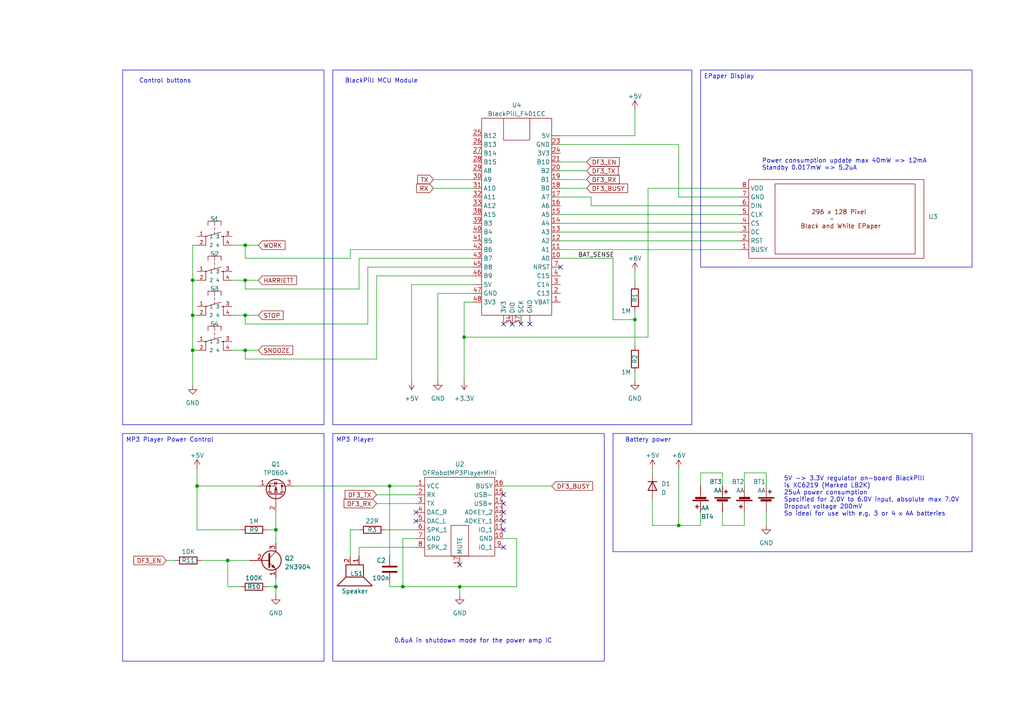
<source format=kicad_sch>
(kicad_sch (version 20230121) (generator eeschema)

  (uuid 09e7eba4-d4fa-44e7-a6c2-fe424672ab5f)

  (paper "A4")

  (lib_symbols
    (symbol "Device:Battery_Cell" (pin_numbers hide) (pin_names (offset 0) hide) (in_bom yes) (on_board yes)
      (property "Reference" "BT" (at 2.54 2.54 0)
        (effects (font (size 1.27 1.27)) (justify left))
      )
      (property "Value" "Battery_Cell" (at 2.54 0 0)
        (effects (font (size 1.27 1.27)) (justify left))
      )
      (property "Footprint" "" (at 0 1.524 90)
        (effects (font (size 1.27 1.27)) hide)
      )
      (property "Datasheet" "~" (at 0 1.524 90)
        (effects (font (size 1.27 1.27)) hide)
      )
      (property "ki_keywords" "battery cell" (at 0 0 0)
        (effects (font (size 1.27 1.27)) hide)
      )
      (property "ki_description" "Single-cell battery" (at 0 0 0)
        (effects (font (size 1.27 1.27)) hide)
      )
      (symbol "Battery_Cell_0_1"
        (rectangle (start -2.286 1.778) (end 2.286 1.524)
          (stroke (width 0) (type default))
          (fill (type outline))
        )
        (rectangle (start -1.5748 1.1938) (end 1.4732 0.6858)
          (stroke (width 0) (type default))
          (fill (type outline))
        )
        (polyline
          (pts
            (xy 0 0.762)
            (xy 0 0)
          )
          (stroke (width 0) (type default))
          (fill (type none))
        )
        (polyline
          (pts
            (xy 0 1.778)
            (xy 0 2.54)
          )
          (stroke (width 0) (type default))
          (fill (type none))
        )
        (polyline
          (pts
            (xy 0.508 3.429)
            (xy 1.524 3.429)
          )
          (stroke (width 0.254) (type default))
          (fill (type none))
        )
        (polyline
          (pts
            (xy 1.016 3.937)
            (xy 1.016 2.921)
          )
          (stroke (width 0.254) (type default))
          (fill (type none))
        )
      )
      (symbol "Battery_Cell_1_1"
        (pin passive line (at 0 5.08 270) (length 2.54)
          (name "+" (effects (font (size 1.27 1.27))))
          (number "1" (effects (font (size 1.27 1.27))))
        )
        (pin passive line (at 0 -2.54 90) (length 2.54)
          (name "-" (effects (font (size 1.27 1.27))))
          (number "2" (effects (font (size 1.27 1.27))))
        )
      )
    )
    (symbol "Device:C" (pin_numbers hide) (pin_names (offset 0.254)) (in_bom yes) (on_board yes)
      (property "Reference" "C" (at 0.635 2.54 0)
        (effects (font (size 1.27 1.27)) (justify left))
      )
      (property "Value" "C" (at 0.635 -2.54 0)
        (effects (font (size 1.27 1.27)) (justify left))
      )
      (property "Footprint" "" (at 0.9652 -3.81 0)
        (effects (font (size 1.27 1.27)) hide)
      )
      (property "Datasheet" "~" (at 0 0 0)
        (effects (font (size 1.27 1.27)) hide)
      )
      (property "ki_keywords" "cap capacitor" (at 0 0 0)
        (effects (font (size 1.27 1.27)) hide)
      )
      (property "ki_description" "Unpolarized capacitor" (at 0 0 0)
        (effects (font (size 1.27 1.27)) hide)
      )
      (property "ki_fp_filters" "C_*" (at 0 0 0)
        (effects (font (size 1.27 1.27)) hide)
      )
      (symbol "C_0_1"
        (polyline
          (pts
            (xy -2.032 -0.762)
            (xy 2.032 -0.762)
          )
          (stroke (width 0.508) (type default))
          (fill (type none))
        )
        (polyline
          (pts
            (xy -2.032 0.762)
            (xy 2.032 0.762)
          )
          (stroke (width 0.508) (type default))
          (fill (type none))
        )
      )
      (symbol "C_1_1"
        (pin passive line (at 0 3.81 270) (length 2.794)
          (name "~" (effects (font (size 1.27 1.27))))
          (number "1" (effects (font (size 1.27 1.27))))
        )
        (pin passive line (at 0 -3.81 90) (length 2.794)
          (name "~" (effects (font (size 1.27 1.27))))
          (number "2" (effects (font (size 1.27 1.27))))
        )
      )
    )
    (symbol "Device:D" (pin_numbers hide) (pin_names (offset 1.016) hide) (in_bom yes) (on_board yes)
      (property "Reference" "D" (at 0 2.54 0)
        (effects (font (size 1.27 1.27)))
      )
      (property "Value" "D" (at 0 -2.54 0)
        (effects (font (size 1.27 1.27)))
      )
      (property "Footprint" "" (at 0 0 0)
        (effects (font (size 1.27 1.27)) hide)
      )
      (property "Datasheet" "~" (at 0 0 0)
        (effects (font (size 1.27 1.27)) hide)
      )
      (property "Sim.Device" "D" (at 0 0 0)
        (effects (font (size 1.27 1.27)) hide)
      )
      (property "Sim.Pins" "1=K 2=A" (at 0 0 0)
        (effects (font (size 1.27 1.27)) hide)
      )
      (property "ki_keywords" "diode" (at 0 0 0)
        (effects (font (size 1.27 1.27)) hide)
      )
      (property "ki_description" "Diode" (at 0 0 0)
        (effects (font (size 1.27 1.27)) hide)
      )
      (property "ki_fp_filters" "TO-???* *_Diode_* *SingleDiode* D_*" (at 0 0 0)
        (effects (font (size 1.27 1.27)) hide)
      )
      (symbol "D_0_1"
        (polyline
          (pts
            (xy -1.27 1.27)
            (xy -1.27 -1.27)
          )
          (stroke (width 0.254) (type default))
          (fill (type none))
        )
        (polyline
          (pts
            (xy 1.27 0)
            (xy -1.27 0)
          )
          (stroke (width 0) (type default))
          (fill (type none))
        )
        (polyline
          (pts
            (xy 1.27 1.27)
            (xy 1.27 -1.27)
            (xy -1.27 0)
            (xy 1.27 1.27)
          )
          (stroke (width 0.254) (type default))
          (fill (type none))
        )
      )
      (symbol "D_1_1"
        (pin passive line (at -3.81 0 0) (length 2.54)
          (name "K" (effects (font (size 1.27 1.27))))
          (number "1" (effects (font (size 1.27 1.27))))
        )
        (pin passive line (at 3.81 0 180) (length 2.54)
          (name "A" (effects (font (size 1.27 1.27))))
          (number "2" (effects (font (size 1.27 1.27))))
        )
      )
    )
    (symbol "Device:Q_NPN_EBC" (pin_names (offset 0) hide) (in_bom yes) (on_board yes)
      (property "Reference" "Q" (at 5.08 1.27 0)
        (effects (font (size 1.27 1.27)) (justify left))
      )
      (property "Value" "Q_NPN_EBC" (at 5.08 -1.27 0)
        (effects (font (size 1.27 1.27)) (justify left))
      )
      (property "Footprint" "" (at 5.08 2.54 0)
        (effects (font (size 1.27 1.27)) hide)
      )
      (property "Datasheet" "~" (at 0 0 0)
        (effects (font (size 1.27 1.27)) hide)
      )
      (property "ki_keywords" "transistor NPN" (at 0 0 0)
        (effects (font (size 1.27 1.27)) hide)
      )
      (property "ki_description" "NPN transistor, emitter/base/collector" (at 0 0 0)
        (effects (font (size 1.27 1.27)) hide)
      )
      (symbol "Q_NPN_EBC_0_1"
        (polyline
          (pts
            (xy 0.635 0.635)
            (xy 2.54 2.54)
          )
          (stroke (width 0) (type default))
          (fill (type none))
        )
        (polyline
          (pts
            (xy 0.635 -0.635)
            (xy 2.54 -2.54)
            (xy 2.54 -2.54)
          )
          (stroke (width 0) (type default))
          (fill (type none))
        )
        (polyline
          (pts
            (xy 0.635 1.905)
            (xy 0.635 -1.905)
            (xy 0.635 -1.905)
          )
          (stroke (width 0.508) (type default))
          (fill (type none))
        )
        (polyline
          (pts
            (xy 1.27 -1.778)
            (xy 1.778 -1.27)
            (xy 2.286 -2.286)
            (xy 1.27 -1.778)
            (xy 1.27 -1.778)
          )
          (stroke (width 0) (type default))
          (fill (type outline))
        )
        (circle (center 1.27 0) (radius 2.8194)
          (stroke (width 0.254) (type default))
          (fill (type none))
        )
      )
      (symbol "Q_NPN_EBC_1_1"
        (pin passive line (at 2.54 -5.08 90) (length 2.54)
          (name "E" (effects (font (size 1.27 1.27))))
          (number "1" (effects (font (size 1.27 1.27))))
        )
        (pin passive line (at -5.08 0 0) (length 5.715)
          (name "B" (effects (font (size 1.27 1.27))))
          (number "2" (effects (font (size 1.27 1.27))))
        )
        (pin passive line (at 2.54 5.08 270) (length 2.54)
          (name "C" (effects (font (size 1.27 1.27))))
          (number "3" (effects (font (size 1.27 1.27))))
        )
      )
    )
    (symbol "Device:Q_PMOS_DGS" (pin_names (offset 0) hide) (in_bom yes) (on_board yes)
      (property "Reference" "Q" (at 5.08 1.27 0)
        (effects (font (size 1.27 1.27)) (justify left))
      )
      (property "Value" "Q_PMOS_DGS" (at 5.08 -1.27 0)
        (effects (font (size 1.27 1.27)) (justify left))
      )
      (property "Footprint" "" (at 5.08 2.54 0)
        (effects (font (size 1.27 1.27)) hide)
      )
      (property "Datasheet" "~" (at 0 0 0)
        (effects (font (size 1.27 1.27)) hide)
      )
      (property "ki_keywords" "transistor PMOS P-MOS P-MOSFET" (at 0 0 0)
        (effects (font (size 1.27 1.27)) hide)
      )
      (property "ki_description" "P-MOSFET transistor, drain/gate/source" (at 0 0 0)
        (effects (font (size 1.27 1.27)) hide)
      )
      (symbol "Q_PMOS_DGS_0_1"
        (polyline
          (pts
            (xy 0.254 0)
            (xy -2.54 0)
          )
          (stroke (width 0) (type default))
          (fill (type none))
        )
        (polyline
          (pts
            (xy 0.254 1.905)
            (xy 0.254 -1.905)
          )
          (stroke (width 0.254) (type default))
          (fill (type none))
        )
        (polyline
          (pts
            (xy 0.762 -1.27)
            (xy 0.762 -2.286)
          )
          (stroke (width 0.254) (type default))
          (fill (type none))
        )
        (polyline
          (pts
            (xy 0.762 0.508)
            (xy 0.762 -0.508)
          )
          (stroke (width 0.254) (type default))
          (fill (type none))
        )
        (polyline
          (pts
            (xy 0.762 2.286)
            (xy 0.762 1.27)
          )
          (stroke (width 0.254) (type default))
          (fill (type none))
        )
        (polyline
          (pts
            (xy 2.54 2.54)
            (xy 2.54 1.778)
          )
          (stroke (width 0) (type default))
          (fill (type none))
        )
        (polyline
          (pts
            (xy 2.54 -2.54)
            (xy 2.54 0)
            (xy 0.762 0)
          )
          (stroke (width 0) (type default))
          (fill (type none))
        )
        (polyline
          (pts
            (xy 0.762 1.778)
            (xy 3.302 1.778)
            (xy 3.302 -1.778)
            (xy 0.762 -1.778)
          )
          (stroke (width 0) (type default))
          (fill (type none))
        )
        (polyline
          (pts
            (xy 2.286 0)
            (xy 1.27 0.381)
            (xy 1.27 -0.381)
            (xy 2.286 0)
          )
          (stroke (width 0) (type default))
          (fill (type outline))
        )
        (polyline
          (pts
            (xy 2.794 -0.508)
            (xy 2.921 -0.381)
            (xy 3.683 -0.381)
            (xy 3.81 -0.254)
          )
          (stroke (width 0) (type default))
          (fill (type none))
        )
        (polyline
          (pts
            (xy 3.302 -0.381)
            (xy 2.921 0.254)
            (xy 3.683 0.254)
            (xy 3.302 -0.381)
          )
          (stroke (width 0) (type default))
          (fill (type none))
        )
        (circle (center 1.651 0) (radius 2.794)
          (stroke (width 0.254) (type default))
          (fill (type none))
        )
        (circle (center 2.54 -1.778) (radius 0.254)
          (stroke (width 0) (type default))
          (fill (type outline))
        )
        (circle (center 2.54 1.778) (radius 0.254)
          (stroke (width 0) (type default))
          (fill (type outline))
        )
      )
      (symbol "Q_PMOS_DGS_1_1"
        (pin passive line (at 2.54 5.08 270) (length 2.54)
          (name "D" (effects (font (size 1.27 1.27))))
          (number "1" (effects (font (size 1.27 1.27))))
        )
        (pin input line (at -5.08 0 0) (length 2.54)
          (name "G" (effects (font (size 1.27 1.27))))
          (number "2" (effects (font (size 1.27 1.27))))
        )
        (pin passive line (at 2.54 -5.08 90) (length 2.54)
          (name "S" (effects (font (size 1.27 1.27))))
          (number "3" (effects (font (size 1.27 1.27))))
        )
      )
    )
    (symbol "Device:Q_PMOS_SGD" (pin_names (offset 0) hide) (in_bom yes) (on_board yes)
      (property "Reference" "Q" (at 5.08 1.27 0)
        (effects (font (size 1.27 1.27)) (justify left))
      )
      (property "Value" "Q_PMOS_SGD" (at 5.08 -1.27 0)
        (effects (font (size 1.27 1.27)) (justify left))
      )
      (property "Footprint" "" (at 5.08 2.54 0)
        (effects (font (size 1.27 1.27)) hide)
      )
      (property "Datasheet" "~" (at 0 0 0)
        (effects (font (size 1.27 1.27)) hide)
      )
      (property "ki_keywords" "transistor PMOS P-MOS P-MOSFET" (at 0 0 0)
        (effects (font (size 1.27 1.27)) hide)
      )
      (property "ki_description" "P-MOSFET transistor, source/gate/drain" (at 0 0 0)
        (effects (font (size 1.27 1.27)) hide)
      )
      (symbol "Q_PMOS_SGD_0_1"
        (polyline
          (pts
            (xy 0.254 0)
            (xy -2.54 0)
          )
          (stroke (width 0) (type default))
          (fill (type none))
        )
        (polyline
          (pts
            (xy 0.254 1.905)
            (xy 0.254 -1.905)
          )
          (stroke (width 0.254) (type default))
          (fill (type none))
        )
        (polyline
          (pts
            (xy 0.762 -1.27)
            (xy 0.762 -2.286)
          )
          (stroke (width 0.254) (type default))
          (fill (type none))
        )
        (polyline
          (pts
            (xy 0.762 0.508)
            (xy 0.762 -0.508)
          )
          (stroke (width 0.254) (type default))
          (fill (type none))
        )
        (polyline
          (pts
            (xy 0.762 2.286)
            (xy 0.762 1.27)
          )
          (stroke (width 0.254) (type default))
          (fill (type none))
        )
        (polyline
          (pts
            (xy 2.54 2.54)
            (xy 2.54 1.778)
          )
          (stroke (width 0) (type default))
          (fill (type none))
        )
        (polyline
          (pts
            (xy 2.54 -2.54)
            (xy 2.54 0)
            (xy 0.762 0)
          )
          (stroke (width 0) (type default))
          (fill (type none))
        )
        (polyline
          (pts
            (xy 0.762 1.778)
            (xy 3.302 1.778)
            (xy 3.302 -1.778)
            (xy 0.762 -1.778)
          )
          (stroke (width 0) (type default))
          (fill (type none))
        )
        (polyline
          (pts
            (xy 2.286 0)
            (xy 1.27 0.381)
            (xy 1.27 -0.381)
            (xy 2.286 0)
          )
          (stroke (width 0) (type default))
          (fill (type outline))
        )
        (polyline
          (pts
            (xy 2.794 -0.508)
            (xy 2.921 -0.381)
            (xy 3.683 -0.381)
            (xy 3.81 -0.254)
          )
          (stroke (width 0) (type default))
          (fill (type none))
        )
        (polyline
          (pts
            (xy 3.302 -0.381)
            (xy 2.921 0.254)
            (xy 3.683 0.254)
            (xy 3.302 -0.381)
          )
          (stroke (width 0) (type default))
          (fill (type none))
        )
        (circle (center 1.651 0) (radius 2.794)
          (stroke (width 0.254) (type default))
          (fill (type none))
        )
        (circle (center 2.54 -1.778) (radius 0.254)
          (stroke (width 0) (type default))
          (fill (type outline))
        )
        (circle (center 2.54 1.778) (radius 0.254)
          (stroke (width 0) (type default))
          (fill (type outline))
        )
      )
      (symbol "Q_PMOS_SGD_1_1"
        (pin passive line (at 2.54 -5.08 90) (length 2.54)
          (name "S" (effects (font (size 1.27 1.27))))
          (number "1" (effects (font (size 1.27 1.27))))
        )
        (pin input line (at -5.08 0 0) (length 2.54)
          (name "G" (effects (font (size 1.27 1.27))))
          (number "2" (effects (font (size 1.27 1.27))))
        )
        (pin passive line (at 2.54 5.08 270) (length 2.54)
          (name "D" (effects (font (size 1.27 1.27))))
          (number "3" (effects (font (size 1.27 1.27))))
        )
      )
    )
    (symbol "Device:R" (pin_numbers hide) (pin_names (offset 0)) (in_bom yes) (on_board yes)
      (property "Reference" "R" (at 2.032 0 90)
        (effects (font (size 1.27 1.27)))
      )
      (property "Value" "R" (at 0 0 90)
        (effects (font (size 1.27 1.27)))
      )
      (property "Footprint" "" (at -1.778 0 90)
        (effects (font (size 1.27 1.27)) hide)
      )
      (property "Datasheet" "~" (at 0 0 0)
        (effects (font (size 1.27 1.27)) hide)
      )
      (property "ki_keywords" "R res resistor" (at 0 0 0)
        (effects (font (size 1.27 1.27)) hide)
      )
      (property "ki_description" "Resistor" (at 0 0 0)
        (effects (font (size 1.27 1.27)) hide)
      )
      (property "ki_fp_filters" "R_*" (at 0 0 0)
        (effects (font (size 1.27 1.27)) hide)
      )
      (symbol "R_0_1"
        (rectangle (start -1.016 -2.54) (end 1.016 2.54)
          (stroke (width 0.254) (type default))
          (fill (type none))
        )
      )
      (symbol "R_1_1"
        (pin passive line (at 0 3.81 270) (length 1.27)
          (name "~" (effects (font (size 1.27 1.27))))
          (number "1" (effects (font (size 1.27 1.27))))
        )
        (pin passive line (at 0 -3.81 90) (length 1.27)
          (name "~" (effects (font (size 1.27 1.27))))
          (number "2" (effects (font (size 1.27 1.27))))
        )
      )
    )
    (symbol "Device:Speaker" (pin_names (offset 0) hide) (in_bom yes) (on_board yes)
      (property "Reference" "LS" (at 1.27 5.715 0)
        (effects (font (size 1.27 1.27)) (justify right))
      )
      (property "Value" "Speaker" (at 1.27 3.81 0)
        (effects (font (size 1.27 1.27)) (justify right))
      )
      (property "Footprint" "" (at 0 -5.08 0)
        (effects (font (size 1.27 1.27)) hide)
      )
      (property "Datasheet" "~" (at -0.254 -1.27 0)
        (effects (font (size 1.27 1.27)) hide)
      )
      (property "ki_keywords" "speaker sound" (at 0 0 0)
        (effects (font (size 1.27 1.27)) hide)
      )
      (property "ki_description" "Speaker" (at 0 0 0)
        (effects (font (size 1.27 1.27)) hide)
      )
      (symbol "Speaker_0_0"
        (rectangle (start -2.54 1.27) (end 1.016 -3.81)
          (stroke (width 0.254) (type default))
          (fill (type none))
        )
        (polyline
          (pts
            (xy 1.016 1.27)
            (xy 3.556 3.81)
            (xy 3.556 -6.35)
            (xy 1.016 -3.81)
          )
          (stroke (width 0.254) (type default))
          (fill (type none))
        )
      )
      (symbol "Speaker_1_1"
        (pin input line (at -5.08 0 0) (length 2.54)
          (name "1" (effects (font (size 1.27 1.27))))
          (number "1" (effects (font (size 1.27 1.27))))
        )
        (pin input line (at -5.08 -2.54 0) (length 2.54)
          (name "2" (effects (font (size 1.27 1.27))))
          (number "2" (effects (font (size 1.27 1.27))))
        )
      )
    )
    (symbol "Simulation_SPICE:NPN" (pin_numbers hide) (pin_names (offset 0)) (in_bom yes) (on_board yes)
      (property "Reference" "Q" (at -2.54 7.62 0)
        (effects (font (size 1.27 1.27)))
      )
      (property "Value" "NPN" (at -2.54 5.08 0)
        (effects (font (size 1.27 1.27)))
      )
      (property "Footprint" "" (at 63.5 0 0)
        (effects (font (size 1.27 1.27)) hide)
      )
      (property "Datasheet" "~" (at 63.5 0 0)
        (effects (font (size 1.27 1.27)) hide)
      )
      (property "Sim.Device" "NPN" (at 0 0 0)
        (effects (font (size 1.27 1.27)) hide)
      )
      (property "Sim.Type" "GUMMELPOON" (at 0 0 0)
        (effects (font (size 1.27 1.27)) hide)
      )
      (property "Sim.Pins" "1=C 2=B 3=E" (at 0 0 0)
        (effects (font (size 1.27 1.27)) hide)
      )
      (property "ki_keywords" "simulation" (at 0 0 0)
        (effects (font (size 1.27 1.27)) hide)
      )
      (property "ki_description" "Bipolar transistor symbol for simulation only, substrate tied to the emitter" (at 0 0 0)
        (effects (font (size 1.27 1.27)) hide)
      )
      (symbol "NPN_0_1"
        (polyline
          (pts
            (xy -2.54 0)
            (xy 0.635 0)
          )
          (stroke (width 0.1524) (type default))
          (fill (type none))
        )
        (polyline
          (pts
            (xy 0.635 0.635)
            (xy 2.54 2.54)
          )
          (stroke (width 0) (type default))
          (fill (type none))
        )
        (polyline
          (pts
            (xy 2.794 -1.27)
            (xy 2.794 -1.27)
          )
          (stroke (width 0.1524) (type default))
          (fill (type none))
        )
        (polyline
          (pts
            (xy 2.794 -1.27)
            (xy 2.794 -1.27)
          )
          (stroke (width 0.1524) (type default))
          (fill (type none))
        )
        (polyline
          (pts
            (xy 0.635 -0.635)
            (xy 2.54 -2.54)
            (xy 2.54 -2.54)
          )
          (stroke (width 0) (type default))
          (fill (type none))
        )
        (polyline
          (pts
            (xy 0.635 1.905)
            (xy 0.635 -1.905)
            (xy 0.635 -1.905)
          )
          (stroke (width 0.508) (type default))
          (fill (type none))
        )
        (polyline
          (pts
            (xy 1.27 -1.778)
            (xy 1.778 -1.27)
            (xy 2.286 -2.286)
            (xy 1.27 -1.778)
            (xy 1.27 -1.778)
          )
          (stroke (width 0) (type default))
          (fill (type outline))
        )
        (circle (center 1.27 0) (radius 2.8194)
          (stroke (width 0.254) (type default))
          (fill (type none))
        )
      )
      (symbol "NPN_1_1"
        (pin open_collector line (at 2.54 5.08 270) (length 2.54)
          (name "C" (effects (font (size 1.27 1.27))))
          (number "1" (effects (font (size 1.27 1.27))))
        )
        (pin input line (at -5.08 0 0) (length 2.54)
          (name "B" (effects (font (size 1.27 1.27))))
          (number "2" (effects (font (size 1.27 1.27))))
        )
        (pin open_emitter line (at 2.54 -5.08 90) (length 2.54)
          (name "E" (effects (font (size 1.27 1.27))))
          (number "3" (effects (font (size 1.27 1.27))))
        )
      )
    )
    (symbol "Sparkfun:TAC_SWITCHKSA_SEALED" (pin_names (offset 1.016)) (in_bom yes) (on_board yes)
      (property "Reference" "S" (at -2.54 6.35 0)
        (effects (font (size 1.27 1.27)) (justify left bottom))
      )
      (property "Value" "TAC_SWITCHKSA_SEALED" (at -2.54 -6.35 0)
        (effects (font (size 1.27 1.27)) (justify left bottom))
      )
      (property "Footprint" "SparkFun-KSA_SEALED_TAC_SWITCH" (at 7.62 -7.62 0)
        (effects (font (size 1.27 1.27)) hide)
      )
      (property "Datasheet" "" (at 0 0 0)
        (effects (font (size 1.524 1.524)))
      )
      (property "ki_locked" "" (at 0 0 0)
        (effects (font (size 1.27 1.27)))
      )
      (symbol "TAC_SWITCHKSA_SEALED_1_0"
        (polyline
          (pts
            (xy -2.54 -2.54)
            (xy -2.54 0)
          )
          (stroke (width 0) (type solid))
          (fill (type none))
        )
        (polyline
          (pts
            (xy -2.54 0)
            (xy 1.905 1.27)
          )
          (stroke (width 0) (type solid))
          (fill (type none))
        )
        (polyline
          (pts
            (xy -1.905 4.445)
            (xy -1.905 3.175)
          )
          (stroke (width 0) (type solid))
          (fill (type none))
        )
        (polyline
          (pts
            (xy 0 1.27)
            (xy 0 0.635)
          )
          (stroke (width 0) (type solid))
          (fill (type none))
        )
        (polyline
          (pts
            (xy 0 2.54)
            (xy 0 1.905)
          )
          (stroke (width 0) (type solid))
          (fill (type none))
        )
        (polyline
          (pts
            (xy 0 4.445)
            (xy -1.905 4.445)
          )
          (stroke (width 0) (type solid))
          (fill (type none))
        )
        (polyline
          (pts
            (xy 0 4.445)
            (xy 0 3.175)
          )
          (stroke (width 0) (type solid))
          (fill (type none))
        )
        (polyline
          (pts
            (xy 1.905 0)
            (xy 2.54 0)
          )
          (stroke (width 0) (type solid))
          (fill (type none))
        )
        (polyline
          (pts
            (xy 1.905 4.445)
            (xy 0 4.445)
          )
          (stroke (width 0) (type solid))
          (fill (type none))
        )
        (polyline
          (pts
            (xy 1.905 4.445)
            (xy 1.905 3.175)
          )
          (stroke (width 0) (type solid))
          (fill (type none))
        )
        (polyline
          (pts
            (xy 2.54 -2.54)
            (xy 2.54 0)
          )
          (stroke (width 0) (type solid))
          (fill (type none))
        )
      )
      (symbol "TAC_SWITCHKSA_SEALED_1_1"
        (circle (center -2.54 0) (radius 0.127)
          (stroke (width 0) (type solid))
          (fill (type outline))
        )
        (circle (center 2.54 0) (radius 0.127)
          (stroke (width 0) (type solid))
          (fill (type outline))
        )
        (pin passive line (at -5.08 0 0) (length 2.54)
          (name "1" (effects (font (size 1.016 1.016))))
          (number "1" (effects (font (size 1.016 1.016))))
        )
        (pin passive line (at -5.08 -2.54 0) (length 2.54)
          (name "2" (effects (font (size 1.016 1.016))))
          (number "2" (effects (font (size 1.016 1.016))))
        )
        (pin passive line (at 5.08 0 180) (length 2.54)
          (name "3" (effects (font (size 1.016 1.016))))
          (number "3" (effects (font (size 1.016 1.016))))
        )
        (pin passive line (at 5.08 -2.54 180) (length 2.54)
          (name "4" (effects (font (size 1.016 1.016))))
          (number "4" (effects (font (size 1.016 1.016))))
        )
      )
    )
    (symbol "UKMaker:BlackPill_F401CC" (in_bom yes) (on_board yes)
      (property "Reference" "U" (at 0 0 0)
        (effects (font (size 1.27 1.27)))
      )
      (property "Value" "BlackPill_F401CC" (at 1.27 29.21 0)
        (effects (font (size 1.27 1.27)))
      )
      (property "Footprint" "" (at 0 0 0)
        (effects (font (size 1.27 1.27)) hide)
      )
      (property "Datasheet" "" (at 0 0 0)
        (effects (font (size 1.27 1.27)) hide)
      )
      (symbol "BlackPill_F401CC_0_1"
        (rectangle (start -10.16 -25.4) (end 10.16 31.75)
          (stroke (width 0) (type default))
          (fill (type none))
        )
        (rectangle (start -3.81 31.75) (end 3.81 25.4)
          (stroke (width 0) (type default))
          (fill (type none))
        )
      )
      (symbol "BlackPill_F401CC_1_1"
        (pin power_in line (at -3.81 -27.94 90) (length 2.54)
          (name "3V3" (effects (font (size 1.27 1.27))))
          (number "" (effects (font (size 1.27 1.27))))
        )
        (pin power_in line (at -12.7 -16.51 0) (length 2.54)
          (name "5V" (effects (font (size 1.27 1.27))))
          (number "" (effects (font (size 1.27 1.27))))
        )
        (pin power_in line (at 12.7 26.67 180) (length 2.54)
          (name "5V" (effects (font (size 1.27 1.27))))
          (number "" (effects (font (size 1.27 1.27))))
        )
        (pin power_in line (at 3.81 -27.94 90) (length 2.54)
          (name "GND" (effects (font (size 1.27 1.27))))
          (number "" (effects (font (size 1.27 1.27))))
        )
        (pin bidirectional line (at 12.7 -21.59 180) (length 2.54)
          (name "VBAT" (effects (font (size 1.27 1.27))))
          (number "1" (effects (font (size 1.27 1.27))))
        )
        (pin bidirectional line (at 12.7 -8.89 180) (length 2.54)
          (name "A0" (effects (font (size 1.27 1.27))))
          (number "10" (effects (font (size 1.27 1.27))))
        )
        (pin bidirectional line (at 12.7 -6.35 180) (length 2.54)
          (name "A1" (effects (font (size 1.27 1.27))))
          (number "11" (effects (font (size 1.27 1.27))))
        )
        (pin bidirectional line (at 12.7 -3.81 180) (length 2.54)
          (name "A2" (effects (font (size 1.27 1.27))))
          (number "12" (effects (font (size 1.27 1.27))))
        )
        (pin bidirectional line (at 12.7 -1.27 180) (length 2.54)
          (name "A3" (effects (font (size 1.27 1.27))))
          (number "13" (effects (font (size 1.27 1.27))))
        )
        (pin bidirectional line (at 12.7 1.27 180) (length 2.54)
          (name "A4" (effects (font (size 1.27 1.27))))
          (number "14" (effects (font (size 1.27 1.27))))
        )
        (pin bidirectional line (at 12.7 3.81 180) (length 2.54)
          (name "A5" (effects (font (size 1.27 1.27))))
          (number "15" (effects (font (size 1.27 1.27))))
        )
        (pin bidirectional line (at 12.7 6.35 180) (length 2.54)
          (name "A6" (effects (font (size 1.27 1.27))))
          (number "16" (effects (font (size 1.27 1.27))))
        )
        (pin bidirectional line (at 12.7 8.89 180) (length 2.54)
          (name "A7" (effects (font (size 1.27 1.27))))
          (number "17" (effects (font (size 1.27 1.27))))
        )
        (pin bidirectional line (at 12.7 11.43 180) (length 2.54)
          (name "B0" (effects (font (size 1.27 1.27))))
          (number "18" (effects (font (size 1.27 1.27))))
        )
        (pin bidirectional line (at 12.7 13.97 180) (length 2.54)
          (name "B1" (effects (font (size 1.27 1.27))))
          (number "19" (effects (font (size 1.27 1.27))))
        )
        (pin bidirectional line (at 12.7 -19.05 180) (length 2.54)
          (name "C13" (effects (font (size 1.27 1.27))))
          (number "2" (effects (font (size 1.27 1.27))))
        )
        (pin bidirectional line (at 12.7 16.51 180) (length 2.54)
          (name "B2" (effects (font (size 1.27 1.27))))
          (number "20" (effects (font (size 1.27 1.27))))
        )
        (pin bidirectional line (at 12.7 19.05 180) (length 2.54)
          (name "B10" (effects (font (size 1.27 1.27))))
          (number "21" (effects (font (size 1.27 1.27))))
        )
        (pin power_in line (at 12.7 24.13 180) (length 2.54)
          (name "GND" (effects (font (size 1.27 1.27))))
          (number "23" (effects (font (size 1.27 1.27))))
        )
        (pin power_in line (at 12.7 21.59 180) (length 2.54)
          (name "3V3" (effects (font (size 1.27 1.27))))
          (number "24" (effects (font (size 1.27 1.27))))
        )
        (pin bidirectional line (at -12.7 26.67 0) (length 2.54)
          (name "B12" (effects (font (size 1.27 1.27))))
          (number "25" (effects (font (size 1.27 1.27))))
        )
        (pin bidirectional line (at -12.7 24.13 0) (length 2.54)
          (name "B13" (effects (font (size 1.27 1.27))))
          (number "26" (effects (font (size 1.27 1.27))))
        )
        (pin bidirectional line (at -12.7 21.59 0) (length 2.54)
          (name "B14" (effects (font (size 1.27 1.27))))
          (number "27" (effects (font (size 1.27 1.27))))
        )
        (pin bidirectional line (at -12.7 19.05 0) (length 2.54)
          (name "B15" (effects (font (size 1.27 1.27))))
          (number "28" (effects (font (size 1.27 1.27))))
        )
        (pin bidirectional line (at -12.7 16.51 0) (length 2.54)
          (name "A8" (effects (font (size 1.27 1.27))))
          (number "29" (effects (font (size 1.27 1.27))))
        )
        (pin bidirectional line (at 12.7 -16.51 180) (length 2.54)
          (name "C14" (effects (font (size 1.27 1.27))))
          (number "3" (effects (font (size 1.27 1.27))))
        )
        (pin bidirectional line (at -12.7 13.97 0) (length 2.54)
          (name "A9" (effects (font (size 1.27 1.27))))
          (number "30" (effects (font (size 1.27 1.27))))
        )
        (pin bidirectional line (at -12.7 11.43 0) (length 2.54)
          (name "A10" (effects (font (size 1.27 1.27))))
          (number "31" (effects (font (size 1.27 1.27))))
        )
        (pin bidirectional line (at -12.7 8.89 0) (length 2.54)
          (name "A11" (effects (font (size 1.27 1.27))))
          (number "32" (effects (font (size 1.27 1.27))))
        )
        (pin bidirectional line (at -12.7 6.35 0) (length 2.54)
          (name "A12" (effects (font (size 1.27 1.27))))
          (number "33" (effects (font (size 1.27 1.27))))
        )
        (pin bidirectional line (at -1.27 -27.94 90) (length 2.54)
          (name "DIO" (effects (font (size 1.27 1.27))))
          (number "34" (effects (font (size 1.27 1.27))))
        )
        (pin bidirectional line (at 1.27 -27.94 90) (length 2.54)
          (name "SCK" (effects (font (size 1.27 1.27))))
          (number "37" (effects (font (size 1.27 1.27))))
        )
        (pin bidirectional line (at -12.7 3.81 0) (length 2.54)
          (name "A15" (effects (font (size 1.27 1.27))))
          (number "38" (effects (font (size 1.27 1.27))))
        )
        (pin bidirectional line (at -12.7 1.27 0) (length 2.54)
          (name "B3" (effects (font (size 1.27 1.27))))
          (number "39" (effects (font (size 1.27 1.27))))
        )
        (pin bidirectional line (at 12.7 -13.97 180) (length 2.54)
          (name "C15" (effects (font (size 1.27 1.27))))
          (number "4" (effects (font (size 1.27 1.27))))
        )
        (pin bidirectional line (at -12.7 -1.27 0) (length 2.54)
          (name "B4" (effects (font (size 1.27 1.27))))
          (number "40" (effects (font (size 1.27 1.27))))
        )
        (pin bidirectional line (at -12.7 -3.81 0) (length 2.54)
          (name "B5" (effects (font (size 1.27 1.27))))
          (number "41" (effects (font (size 1.27 1.27))))
        )
        (pin bidirectional line (at -12.7 -6.35 0) (length 2.54)
          (name "B6" (effects (font (size 1.27 1.27))))
          (number "42" (effects (font (size 1.27 1.27))))
        )
        (pin bidirectional line (at -12.7 -8.89 0) (length 2.54)
          (name "B7" (effects (font (size 1.27 1.27))))
          (number "43" (effects (font (size 1.27 1.27))))
        )
        (pin bidirectional line (at -12.7 -11.43 0) (length 2.54)
          (name "B8" (effects (font (size 1.27 1.27))))
          (number "45" (effects (font (size 1.27 1.27))))
        )
        (pin bidirectional line (at -12.7 -13.97 0) (length 2.54)
          (name "B9" (effects (font (size 1.27 1.27))))
          (number "46" (effects (font (size 1.27 1.27))))
        )
        (pin power_in line (at -12.7 -19.05 0) (length 2.54)
          (name "GND" (effects (font (size 1.27 1.27))))
          (number "47" (effects (font (size 1.27 1.27))))
        )
        (pin power_in line (at -12.7 -21.59 0) (length 2.54)
          (name "3V3" (effects (font (size 1.27 1.27))))
          (number "48" (effects (font (size 1.27 1.27))))
        )
        (pin bidirectional line (at 12.7 -11.43 180) (length 2.54)
          (name "NRST" (effects (font (size 1.27 1.27))))
          (number "7" (effects (font (size 1.27 1.27))))
        )
      )
    )
    (symbol "UKMaker:DFRobotMP3PlayerMini" (in_bom yes) (on_board yes)
      (property "Reference" "U" (at 0 0 0)
        (effects (font (size 1.27 1.27)))
      )
      (property "Value" "DFRobotMP3PlayerMini" (at 0 12.7 0)
        (effects (font (size 1.27 1.27)))
      )
      (property "Footprint" "" (at 0 0 0)
        (effects (font (size 1.27 1.27)) hide)
      )
      (property "Datasheet" "" (at 0 0 0)
        (effects (font (size 1.27 1.27)) hide)
      )
      (symbol "DFRobotMP3PlayerMini_0_1"
        (rectangle (start -10.16 11.43) (end 10.16 -11.43)
          (stroke (width 0) (type default))
          (fill (type none))
        )
        (rectangle (start -2.54 -2.54) (end 2.54 -11.43)
          (stroke (width 0) (type default))
          (fill (type none))
        )
      )
      (symbol "DFRobotMP3PlayerMini_1_1"
        (pin power_in line (at -12.7 8.89 0) (length 2.54)
          (name "VCC" (effects (font (size 1.27 1.27))))
          (number "1" (effects (font (size 1.27 1.27))))
        )
        (pin power_in line (at 12.7 -6.35 180) (length 2.54)
          (name "GND" (effects (font (size 1.27 1.27))))
          (number "10" (effects (font (size 1.27 1.27))))
        )
        (pin bidirectional line (at 12.7 -3.81 180) (length 2.54)
          (name "IO_1" (effects (font (size 1.27 1.27))))
          (number "11" (effects (font (size 1.27 1.27))))
        )
        (pin input line (at 12.7 -1.27 180) (length 2.54)
          (name "ADKEY_1" (effects (font (size 1.27 1.27))))
          (number "12" (effects (font (size 1.27 1.27))))
        )
        (pin input line (at 12.7 1.27 180) (length 2.54)
          (name "ADKEY_2" (effects (font (size 1.27 1.27))))
          (number "13" (effects (font (size 1.27 1.27))))
        )
        (pin bidirectional line (at 12.7 3.81 180) (length 2.54)
          (name "USB+" (effects (font (size 1.27 1.27))))
          (number "14" (effects (font (size 1.27 1.27))))
        )
        (pin bidirectional line (at 12.7 6.35 180) (length 2.54)
          (name "USB-" (effects (font (size 1.27 1.27))))
          (number "15" (effects (font (size 1.27 1.27))))
        )
        (pin output line (at 12.7 8.89 180) (length 2.54)
          (name "BUSY" (effects (font (size 1.27 1.27))))
          (number "16" (effects (font (size 1.27 1.27))))
        )
        (pin input line (at 0 -13.97 90) (length 2.54)
          (name "MUTE" (effects (font (size 1.27 1.27))))
          (number "17" (effects (font (size 1.27 1.27))))
        )
        (pin input line (at -12.7 6.35 0) (length 2.54)
          (name "RX" (effects (font (size 1.27 1.27))))
          (number "2" (effects (font (size 1.27 1.27))))
        )
        (pin output line (at -12.7 3.81 0) (length 2.54)
          (name "TX" (effects (font (size 1.27 1.27))))
          (number "3" (effects (font (size 1.27 1.27))))
        )
        (pin output line (at -12.7 1.27 0) (length 2.54)
          (name "DAC_R" (effects (font (size 1.27 1.27))))
          (number "4" (effects (font (size 1.27 1.27))))
        )
        (pin output line (at -12.7 -1.27 0) (length 2.54)
          (name "DAC_L" (effects (font (size 1.27 1.27))))
          (number "5" (effects (font (size 1.27 1.27))))
        )
        (pin output line (at -12.7 -3.81 0) (length 2.54)
          (name "SPK_1" (effects (font (size 1.27 1.27))))
          (number "6" (effects (font (size 1.27 1.27))))
        )
        (pin power_in line (at -12.7 -6.35 0) (length 2.54)
          (name "GND" (effects (font (size 1.27 1.27))))
          (number "7" (effects (font (size 1.27 1.27))))
        )
        (pin output line (at -12.7 -8.89 0) (length 2.54)
          (name "SPK_2" (effects (font (size 1.27 1.27))))
          (number "8" (effects (font (size 1.27 1.27))))
        )
        (pin bidirectional line (at 12.7 -8.89 180) (length 2.54)
          (name "IO_1" (effects (font (size 1.27 1.27))))
          (number "9" (effects (font (size 1.27 1.27))))
        )
      )
    )
    (symbol "UKMaker:Waveshare_2.9{dblquote}_V2_EPaper" (in_bom yes) (on_board yes)
      (property "Reference" "U" (at -22.86 12.7 0)
        (effects (font (size 1.27 1.27)))
      )
      (property "Value" "" (at 0 0 0)
        (effects (font (size 1.27 1.27)))
      )
      (property "Footprint" "" (at 0 0 0)
        (effects (font (size 1.27 1.27)) hide)
      )
      (property "Datasheet" "" (at 0 0 0)
        (effects (font (size 1.27 1.27)) hide)
      )
      (symbol "Waveshare_2.9{dblquote}_V2_EPaper_0_1"
        (rectangle (start -24.13 11.43) (end 26.67 -11.43)
          (stroke (width 0) (type default))
          (fill (type none))
        )
        (rectangle (start -16.51 10.16) (end 24.13 -10.16)
          (stroke (width 0) (type default))
          (fill (type none))
        )
      )
      (symbol "Waveshare_2.9{dblquote}_V2_EPaper_1_1"
        (text "296 x 128 Pixel \n\nBlack and White EPaper" (at 2.54 0 0)
          (effects (font (size 1.27 1.27)))
        )
        (pin input line (at -26.67 8.89 0) (length 2.54)
          (name "BUSY" (effects (font (size 1.27 1.27))))
          (number "1" (effects (font (size 1.27 1.27))))
        )
        (pin input line (at -26.67 6.35 0) (length 2.54)
          (name "RST" (effects (font (size 1.27 1.27))))
          (number "2" (effects (font (size 1.27 1.27))))
        )
        (pin input line (at -26.67 3.81 0) (length 2.54)
          (name "DC" (effects (font (size 1.27 1.27))))
          (number "3" (effects (font (size 1.27 1.27))))
        )
        (pin input line (at -26.67 1.27 0) (length 2.54)
          (name "CS" (effects (font (size 1.27 1.27))))
          (number "4" (effects (font (size 1.27 1.27))))
        )
        (pin input line (at -26.67 -1.27 0) (length 2.54)
          (name "CLK" (effects (font (size 1.27 1.27))))
          (number "5" (effects (font (size 1.27 1.27))))
        )
        (pin input line (at -26.67 -3.81 0) (length 2.54)
          (name "DIN" (effects (font (size 1.27 1.27))))
          (number "6" (effects (font (size 1.27 1.27))))
        )
        (pin power_in line (at -26.67 -6.35 0) (length 2.54)
          (name "GND" (effects (font (size 1.27 1.27))))
          (number "7" (effects (font (size 1.27 1.27))))
        )
        (pin power_in line (at -26.67 -8.89 0) (length 2.54)
          (name "VDD" (effects (font (size 1.27 1.27))))
          (number "8" (effects (font (size 1.27 1.27))))
        )
      )
    )
    (symbol "power:+3.3V" (power) (pin_names (offset 0)) (in_bom yes) (on_board yes)
      (property "Reference" "#PWR" (at 0 -3.81 0)
        (effects (font (size 1.27 1.27)) hide)
      )
      (property "Value" "+3.3V" (at 0 3.556 0)
        (effects (font (size 1.27 1.27)))
      )
      (property "Footprint" "" (at 0 0 0)
        (effects (font (size 1.27 1.27)) hide)
      )
      (property "Datasheet" "" (at 0 0 0)
        (effects (font (size 1.27 1.27)) hide)
      )
      (property "ki_keywords" "global power" (at 0 0 0)
        (effects (font (size 1.27 1.27)) hide)
      )
      (property "ki_description" "Power symbol creates a global label with name \"+3.3V\"" (at 0 0 0)
        (effects (font (size 1.27 1.27)) hide)
      )
      (symbol "+3.3V_0_1"
        (polyline
          (pts
            (xy -0.762 1.27)
            (xy 0 2.54)
          )
          (stroke (width 0) (type default))
          (fill (type none))
        )
        (polyline
          (pts
            (xy 0 0)
            (xy 0 2.54)
          )
          (stroke (width 0) (type default))
          (fill (type none))
        )
        (polyline
          (pts
            (xy 0 2.54)
            (xy 0.762 1.27)
          )
          (stroke (width 0) (type default))
          (fill (type none))
        )
      )
      (symbol "+3.3V_1_1"
        (pin power_in line (at 0 0 90) (length 0) hide
          (name "+3.3V" (effects (font (size 1.27 1.27))))
          (number "1" (effects (font (size 1.27 1.27))))
        )
      )
    )
    (symbol "power:+5V" (power) (pin_names (offset 0)) (in_bom yes) (on_board yes)
      (property "Reference" "#PWR" (at 0 -3.81 0)
        (effects (font (size 1.27 1.27)) hide)
      )
      (property "Value" "+5V" (at 0 3.556 0)
        (effects (font (size 1.27 1.27)))
      )
      (property "Footprint" "" (at 0 0 0)
        (effects (font (size 1.27 1.27)) hide)
      )
      (property "Datasheet" "" (at 0 0 0)
        (effects (font (size 1.27 1.27)) hide)
      )
      (property "ki_keywords" "global power" (at 0 0 0)
        (effects (font (size 1.27 1.27)) hide)
      )
      (property "ki_description" "Power symbol creates a global label with name \"+5V\"" (at 0 0 0)
        (effects (font (size 1.27 1.27)) hide)
      )
      (symbol "+5V_0_1"
        (polyline
          (pts
            (xy -0.762 1.27)
            (xy 0 2.54)
          )
          (stroke (width 0) (type default))
          (fill (type none))
        )
        (polyline
          (pts
            (xy 0 0)
            (xy 0 2.54)
          )
          (stroke (width 0) (type default))
          (fill (type none))
        )
        (polyline
          (pts
            (xy 0 2.54)
            (xy 0.762 1.27)
          )
          (stroke (width 0) (type default))
          (fill (type none))
        )
      )
      (symbol "+5V_1_1"
        (pin power_in line (at 0 0 90) (length 0) hide
          (name "+5V" (effects (font (size 1.27 1.27))))
          (number "1" (effects (font (size 1.27 1.27))))
        )
      )
    )
    (symbol "power:+6V" (power) (pin_names (offset 0)) (in_bom yes) (on_board yes)
      (property "Reference" "#PWR" (at 0 -3.81 0)
        (effects (font (size 1.27 1.27)) hide)
      )
      (property "Value" "+6V" (at 0 3.556 0)
        (effects (font (size 1.27 1.27)))
      )
      (property "Footprint" "" (at 0 0 0)
        (effects (font (size 1.27 1.27)) hide)
      )
      (property "Datasheet" "" (at 0 0 0)
        (effects (font (size 1.27 1.27)) hide)
      )
      (property "ki_keywords" "global power" (at 0 0 0)
        (effects (font (size 1.27 1.27)) hide)
      )
      (property "ki_description" "Power symbol creates a global label with name \"+6V\"" (at 0 0 0)
        (effects (font (size 1.27 1.27)) hide)
      )
      (symbol "+6V_0_1"
        (polyline
          (pts
            (xy -0.762 1.27)
            (xy 0 2.54)
          )
          (stroke (width 0) (type default))
          (fill (type none))
        )
        (polyline
          (pts
            (xy 0 0)
            (xy 0 2.54)
          )
          (stroke (width 0) (type default))
          (fill (type none))
        )
        (polyline
          (pts
            (xy 0 2.54)
            (xy 0.762 1.27)
          )
          (stroke (width 0) (type default))
          (fill (type none))
        )
      )
      (symbol "+6V_1_1"
        (pin power_in line (at 0 0 90) (length 0) hide
          (name "+6V" (effects (font (size 1.27 1.27))))
          (number "1" (effects (font (size 1.27 1.27))))
        )
      )
    )
    (symbol "power:GND" (power) (pin_names (offset 0)) (in_bom yes) (on_board yes)
      (property "Reference" "#PWR" (at 0 -6.35 0)
        (effects (font (size 1.27 1.27)) hide)
      )
      (property "Value" "GND" (at 0 -3.81 0)
        (effects (font (size 1.27 1.27)))
      )
      (property "Footprint" "" (at 0 0 0)
        (effects (font (size 1.27 1.27)) hide)
      )
      (property "Datasheet" "" (at 0 0 0)
        (effects (font (size 1.27 1.27)) hide)
      )
      (property "ki_keywords" "global power" (at 0 0 0)
        (effects (font (size 1.27 1.27)) hide)
      )
      (property "ki_description" "Power symbol creates a global label with name \"GND\" , ground" (at 0 0 0)
        (effects (font (size 1.27 1.27)) hide)
      )
      (symbol "GND_0_1"
        (polyline
          (pts
            (xy 0 0)
            (xy 0 -1.27)
            (xy 1.27 -1.27)
            (xy 0 -2.54)
            (xy -1.27 -1.27)
            (xy 0 -1.27)
          )
          (stroke (width 0) (type default))
          (fill (type none))
        )
      )
      (symbol "GND_1_1"
        (pin power_in line (at 0 0 270) (length 0) hide
          (name "GND" (effects (font (size 1.27 1.27))))
          (number "1" (effects (font (size 1.27 1.27))))
        )
      )
    )
  )

  (junction (at 327.66 93.98) (diameter 0) (color 0 0 0 0)
    (uuid 0243f28d-8207-4c42-874f-f43c278bb257)
  )
  (junction (at 327.66 76.2) (diameter 0) (color 0 0 0 0)
    (uuid 0d771e81-eb85-483e-b78a-5e7cc4910893)
  )
  (junction (at 184.15 92.71) (diameter 0) (color 0 0 0 0)
    (uuid 0df70c9d-aed8-4537-8a9f-87d3ce0252af)
  )
  (junction (at 55.88 81.28) (diameter 0) (color 0 0 0 0)
    (uuid 0e3d2f89-edf1-4ab5-bcc9-391dd2fef9bf)
  )
  (junction (at 346.71 76.2) (diameter 0) (color 0 0 0 0)
    (uuid 135da580-c4c1-42ec-a743-e6fc2c142998)
  )
  (junction (at 55.88 101.6) (diameter 0) (color 0 0 0 0)
    (uuid 179b9c19-c045-4c17-b81d-a8719b8bcde2)
  )
  (junction (at 116.84 170.18) (diameter 0) (color 0 0 0 0)
    (uuid 1bb38f1b-0a91-4c0d-ad5b-01ed9a3c7d6d)
  )
  (junction (at 196.85 152.4) (diameter 0) (color 0 0 0 0)
    (uuid 202831bc-fef3-40f8-a279-a806774ae291)
  )
  (junction (at 351.79 50.8) (diameter 0) (color 0 0 0 0)
    (uuid 29968b57-b454-4a4d-b26a-e9cc2d930eb8)
  )
  (junction (at 71.12 71.12) (diameter 0) (color 0 0 0 0)
    (uuid 2b6c1482-efd4-473d-ac71-55518128aa53)
  )
  (junction (at 346.71 109.22) (diameter 0) (color 0 0 0 0)
    (uuid 2e84b2c5-e8dc-4a7d-a94a-bd3011022257)
  )
  (junction (at 113.03 140.97) (diameter 0) (color 0 0 0 0)
    (uuid 30532427-7268-4fff-8c40-b36fdb37e170)
  )
  (junction (at 350.52 109.22) (diameter 0) (color 0 0 0 0)
    (uuid 3b623d44-08ca-4000-be15-d32e8e1c0f23)
  )
  (junction (at 80.01 153.67) (diameter 0) (color 0 0 0 0)
    (uuid 40c113b6-d125-4a4d-a5ac-e9680333d1f8)
  )
  (junction (at 57.15 140.97) (diameter 0) (color 0 0 0 0)
    (uuid 4e3c5bad-50ca-474b-a762-8d43c2282aa0)
  )
  (junction (at 133.35 170.18) (diameter 0) (color 0 0 0 0)
    (uuid 808ce9f3-4302-4d34-bc70-fd9478194f9c)
  )
  (junction (at 55.88 91.44) (diameter 0) (color 0 0 0 0)
    (uuid 92f14107-e12c-4a30-a9af-20fd6e76b537)
  )
  (junction (at 80.01 170.18) (diameter 0) (color 0 0 0 0)
    (uuid a280d3ed-e9ab-4e99-b157-4b500e853d1f)
  )
  (junction (at 71.12 101.6) (diameter 0) (color 0 0 0 0)
    (uuid d5e7ac47-10c8-455a-bf4d-0d23c6f72829)
  )
  (junction (at 66.04 162.56) (diameter 0) (color 0 0 0 0)
    (uuid d8e47ea0-5337-439b-8f97-a591821c24d7)
  )
  (junction (at 361.95 64.77) (diameter 0) (color 0 0 0 0)
    (uuid e2c07e1d-5c18-40bf-aed2-4926189bbb97)
  )
  (junction (at 71.12 81.28) (diameter 0) (color 0 0 0 0)
    (uuid ec5721ee-8175-466e-a0d2-67a9564ec16f)
  )
  (junction (at 134.62 97.79) (diameter 0) (color 0 0 0 0)
    (uuid f6ebcc15-60bf-4b69-9f3d-3127b6aed58c)
  )
  (junction (at 71.12 91.44) (diameter 0) (color 0 0 0 0)
    (uuid ff3f4b7e-de7b-4db0-9e70-0bdbc816a1a4)
  )

  (no_connect (at 146.05 151.13) (uuid 08699217-7719-475d-aa56-a6138f5e58bd))
  (no_connect (at 153.67 93.98) (uuid 0cf71268-1c32-4274-990b-3df1e6f77213))
  (no_connect (at 146.05 153.67) (uuid 29b9f5b6-5a9d-4caf-8a01-0cf1cd1f7163))
  (no_connect (at 120.65 148.59) (uuid 2c09e8cd-0bb4-4eaf-9568-b1363510b89b))
  (no_connect (at 146.05 143.51) (uuid 4902691d-9876-496b-84ab-56a55f6d558d))
  (no_connect (at 146.05 158.75) (uuid 4c41eb6b-dc1a-4346-a85b-d22884f755db))
  (no_connect (at 148.59 93.98) (uuid 8c2a7f2d-0c07-468d-9afa-b5eac9c7e561))
  (no_connect (at 120.65 151.13) (uuid 9392fab6-1ee6-40a4-a52f-4001acdc6bd1))
  (no_connect (at 133.35 163.83) (uuid a7d92dcb-d6cb-4f06-915b-f3924775e9db))
  (no_connect (at 151.13 93.98) (uuid b166ce27-d546-4613-8fb7-f66f009b9997))
  (no_connect (at 146.05 148.59) (uuid bbc52e80-ec18-4887-be6f-af40e1cc75a6))
  (no_connect (at 162.56 77.47) (uuid c6ceca68-d752-47f9-8bf9-5186e36f4c78))
  (no_connect (at 146.05 146.05) (uuid eff669a7-fa35-45c0-8bd2-7dd5733705d9))
  (no_connect (at 146.05 93.98) (uuid f174bacf-c2e6-4dcb-acc3-6efe57f8e2a8))

  (wire (pts (xy 69.85 170.18) (xy 66.04 170.18))
    (stroke (width 0) (type default))
    (uuid 00c25101-e297-4467-89b3-79c90a2cda2e)
  )
  (wire (pts (xy 196.85 135.89) (xy 196.85 152.4))
    (stroke (width 0) (type default))
    (uuid 05c32d08-d3e2-4a93-a45a-c9641b2e70a2)
  )
  (wire (pts (xy 162.56 62.23) (xy 214.63 62.23))
    (stroke (width 0) (type default))
    (uuid 084254d7-cede-4fa3-b3b6-47d808a2137c)
  )
  (wire (pts (xy 133.35 170.18) (xy 133.35 172.72))
    (stroke (width 0) (type default))
    (uuid 0873be0e-bbdf-4d21-98e7-9b18b2cee758)
  )
  (wire (pts (xy 177.8 74.93) (xy 177.8 92.71))
    (stroke (width 0) (type default))
    (uuid 089af6f4-6a92-4e06-aa0b-05d3be6500dc)
  )
  (wire (pts (xy 77.47 170.18) (xy 80.01 170.18))
    (stroke (width 0) (type default))
    (uuid 08f599f4-f9da-48d2-a4d9-9a69d7a591eb)
  )
  (wire (pts (xy 113.03 170.18) (xy 116.84 170.18))
    (stroke (width 0) (type default))
    (uuid 0a33f1e1-17e1-4eee-ab73-4de2f06f4c33)
  )
  (wire (pts (xy 170.18 49.53) (xy 162.56 49.53))
    (stroke (width 0) (type default))
    (uuid 0b0e323d-925c-42aa-b2f3-770be998fb3a)
  )
  (wire (pts (xy 57.15 140.97) (xy 74.93 140.97))
    (stroke (width 0) (type default))
    (uuid 0b2942aa-17c2-45c1-8be2-55709d377daf)
  )
  (wire (pts (xy 209.55 137.16) (xy 209.55 140.97))
    (stroke (width 0) (type default))
    (uuid 0c831745-6d76-47b1-b894-ad9c82a4d8c1)
  )
  (wire (pts (xy 327.66 76.2) (xy 327.66 81.28))
    (stroke (width 0) (type default))
    (uuid 0e1cc78e-9e59-4aa7-aef3-e512bc07ee2b)
  )
  (wire (pts (xy 134.62 87.63) (xy 134.62 97.79))
    (stroke (width 0) (type default))
    (uuid 0e7937c7-c910-41bd-ac2f-c0f3e5bc564b)
  )
  (wire (pts (xy 109.22 80.01) (xy 109.22 104.14))
    (stroke (width 0) (type default))
    (uuid 0ecacc71-f48c-4111-beae-93a35689da3e)
  )
  (wire (pts (xy 367.03 50.8) (xy 381 50.8))
    (stroke (width 0) (type default))
    (uuid 0f866a40-5e6d-44f0-abac-a0ecebbde1dc)
  )
  (wire (pts (xy 184.15 31.75) (xy 184.15 39.37))
    (stroke (width 0) (type default))
    (uuid 1061745a-ebc5-4e03-963e-6825f2dd62ce)
  )
  (wire (pts (xy 351.79 64.77) (xy 361.95 64.77))
    (stroke (width 0) (type default))
    (uuid 13ffa0f9-71cf-4bcf-bcc2-5d1e38d42322)
  )
  (wire (pts (xy 109.22 104.14) (xy 71.12 104.14))
    (stroke (width 0) (type default))
    (uuid 15673c7b-0bfd-4223-a1f4-f25a804b440b)
  )
  (wire (pts (xy 71.12 104.14) (xy 71.12 101.6))
    (stroke (width 0) (type default))
    (uuid 166ed386-e5a5-4ac1-9c5d-de07bbc65612)
  )
  (wire (pts (xy 101.6 153.67) (xy 101.6 161.29))
    (stroke (width 0) (type default))
    (uuid 1829b7c1-79af-4695-a0e2-350f9577d99d)
  )
  (wire (pts (xy 184.15 92.71) (xy 184.15 100.33))
    (stroke (width 0) (type default))
    (uuid 1bb9ecda-cc76-4f20-81e0-4306017cbd87)
  )
  (wire (pts (xy 57.15 135.89) (xy 57.15 140.97))
    (stroke (width 0) (type default))
    (uuid 1c0bbfaf-a036-44d6-9cc8-a8cace5e1ffc)
  )
  (wire (pts (xy 215.9 137.16) (xy 222.25 137.16))
    (stroke (width 0) (type default))
    (uuid 1ca3aca4-12d6-4078-a7b2-c912cf5fff19)
  )
  (wire (pts (xy 203.2 148.59) (xy 203.2 152.4))
    (stroke (width 0) (type default))
    (uuid 1f64be00-6610-41ba-91e0-718444d155dd)
  )
  (wire (pts (xy 55.88 91.44) (xy 55.88 101.6))
    (stroke (width 0) (type default))
    (uuid 1fec5558-53ab-4c18-a2ca-aa92585b87f3)
  )
  (wire (pts (xy 215.9 152.4) (xy 215.9 148.59))
    (stroke (width 0) (type default))
    (uuid 2004b37f-02a2-49ab-9a18-27f28011e189)
  )
  (wire (pts (xy 137.16 80.01) (xy 109.22 80.01))
    (stroke (width 0) (type default))
    (uuid 21ec1d4f-5e26-47d6-8b4d-0a503a0266f2)
  )
  (wire (pts (xy 149.86 156.21) (xy 146.05 156.21))
    (stroke (width 0) (type default))
    (uuid 2580086f-375c-4fc6-a083-1ce68afc9a8f)
  )
  (wire (pts (xy 101.6 153.67) (xy 104.14 153.67))
    (stroke (width 0) (type default))
    (uuid 2a1a7618-558b-40a0-bac3-a35989bf8291)
  )
  (wire (pts (xy 113.03 168.91) (xy 113.03 170.18))
    (stroke (width 0) (type default))
    (uuid 2b74e37f-cb6d-49ef-8210-1f0e08472265)
  )
  (wire (pts (xy 203.2 152.4) (xy 196.85 152.4))
    (stroke (width 0) (type default))
    (uuid 2d3053e5-1fd9-4ef6-9fc0-9f0190da0943)
  )
  (wire (pts (xy 162.56 54.61) (xy 170.18 54.61))
    (stroke (width 0) (type default))
    (uuid 312fd8c1-9ea5-4ac3-a841-bcc035f275d9)
  )
  (wire (pts (xy 55.88 101.6) (xy 55.88 111.76))
    (stroke (width 0) (type default))
    (uuid 319ce977-3e2b-40c3-9691-cdcd3588bfe1)
  )
  (wire (pts (xy 55.88 81.28) (xy 57.15 81.28))
    (stroke (width 0) (type default))
    (uuid 32bdad65-7b7e-4d95-9152-c3bd5e219581)
  )
  (wire (pts (xy 203.2 137.16) (xy 209.55 137.16))
    (stroke (width 0) (type default))
    (uuid 382b5bc8-f963-4efe-a189-cf551c2cc8d8)
  )
  (wire (pts (xy 203.2 140.97) (xy 203.2 137.16))
    (stroke (width 0) (type default))
    (uuid 38afc6a8-6785-41eb-b932-894c3cd925f4)
  )
  (wire (pts (xy 127 85.09) (xy 127 110.49))
    (stroke (width 0) (type default))
    (uuid 396511b4-695d-4c49-9835-45afaf6df48d)
  )
  (wire (pts (xy 71.12 91.44) (xy 67.31 91.44))
    (stroke (width 0) (type default))
    (uuid 3acba022-474b-432c-819a-dd3c48dd34c2)
  )
  (wire (pts (xy 104.14 158.75) (xy 120.65 158.75))
    (stroke (width 0) (type default))
    (uuid 3bbf60e4-35f0-4e19-bce8-c82f7be90e7a)
  )
  (wire (pts (xy 127 85.09) (xy 137.16 85.09))
    (stroke (width 0) (type default))
    (uuid 3f31ad16-30f9-43a7-8405-8341871b9e85)
  )
  (wire (pts (xy 125.73 54.61) (xy 137.16 54.61))
    (stroke (width 0) (type default))
    (uuid 3fc15363-fd76-46c9-85d0-5f898f3a1f2a)
  )
  (wire (pts (xy 104.14 83.82) (xy 71.12 83.82))
    (stroke (width 0) (type default))
    (uuid 41f28479-8018-4588-811b-d59859914fca)
  )
  (wire (pts (xy 57.15 140.97) (xy 57.15 153.67))
    (stroke (width 0) (type default))
    (uuid 423ea7dc-0196-4c8e-8dbb-58a900c95fc2)
  )
  (wire (pts (xy 66.04 162.56) (xy 72.39 162.56))
    (stroke (width 0) (type default))
    (uuid 4609f3ce-d092-4b56-b485-d19f7a966eb2)
  )
  (wire (pts (xy 162.56 74.93) (xy 177.8 74.93))
    (stroke (width 0) (type default))
    (uuid 46ceb934-2ca9-410d-be46-42d2d0b3ab74)
  )
  (wire (pts (xy 134.62 87.63) (xy 137.16 87.63))
    (stroke (width 0) (type default))
    (uuid 46f2c47c-8b2c-494c-a49f-6595504ffb2e)
  )
  (wire (pts (xy 340.36 76.2) (xy 346.71 76.2))
    (stroke (width 0) (type default))
    (uuid 4735c7b6-0f6c-41c3-ba4d-7e6f8c723d78)
  )
  (wire (pts (xy 214.63 59.69) (xy 171.45 59.69))
    (stroke (width 0) (type default))
    (uuid 4af76485-b508-4607-8112-a89bdb7e8496)
  )
  (wire (pts (xy 146.05 140.97) (xy 160.02 140.97))
    (stroke (width 0) (type default))
    (uuid 4eaa6a52-2979-4b18-9a1c-94d8796b0650)
  )
  (wire (pts (xy 187.96 97.79) (xy 187.96 54.61))
    (stroke (width 0) (type default))
    (uuid 5193c057-e455-4c18-8782-b6fe1e18f2a0)
  )
  (wire (pts (xy 101.6 72.39) (xy 101.6 74.93))
    (stroke (width 0) (type default))
    (uuid 589bcdc3-b9ea-46cc-895b-07e56f4558e3)
  )
  (wire (pts (xy 209.55 148.59) (xy 209.55 152.4))
    (stroke (width 0) (type default))
    (uuid 58d8369c-0551-4000-b820-1363b7e57c32)
  )
  (wire (pts (xy 162.56 69.85) (xy 214.63 69.85))
    (stroke (width 0) (type default))
    (uuid 5d957381-dab8-4acc-ae80-7775938c0d2b)
  )
  (wire (pts (xy 317.5 76.2) (xy 327.66 76.2))
    (stroke (width 0) (type default))
    (uuid 5dc6424c-8248-45e7-8231-246e37296dd6)
  )
  (wire (pts (xy 196.85 152.4) (xy 189.23 152.4))
    (stroke (width 0) (type default))
    (uuid 5f51ee4f-3598-4839-af1c-0541f0d20087)
  )
  (wire (pts (xy 101.6 74.93) (xy 71.12 74.93))
    (stroke (width 0) (type default))
    (uuid 61165ed1-3383-45ea-be4c-6d5a8bcdc093)
  )
  (wire (pts (xy 351.79 50.8) (xy 351.79 53.34))
    (stroke (width 0) (type default))
    (uuid 6229dffd-9b2c-4c76-80f1-0186e9d5e141)
  )
  (wire (pts (xy 125.73 52.07) (xy 137.16 52.07))
    (stroke (width 0) (type default))
    (uuid 62d6e984-83bd-406d-9ab4-a14d4420cbef)
  )
  (wire (pts (xy 361.95 64.77) (xy 361.95 71.12))
    (stroke (width 0) (type default))
    (uuid 6450c93a-a284-422e-82d1-ff238ec71b14)
  )
  (wire (pts (xy 69.85 153.67) (xy 57.15 153.67))
    (stroke (width 0) (type default))
    (uuid 65fbc9e1-9521-4d44-9e59-4096b51254ba)
  )
  (wire (pts (xy 196.85 41.91) (xy 162.56 41.91))
    (stroke (width 0) (type default))
    (uuid 66238c8a-3912-42b6-8a27-adc18af0b424)
  )
  (wire (pts (xy 104.14 161.29) (xy 104.14 158.75))
    (stroke (width 0) (type default))
    (uuid 6cd0c1f2-f9fc-4cac-bdce-dc7d110954c3)
  )
  (wire (pts (xy 187.96 54.61) (xy 214.63 54.61))
    (stroke (width 0) (type default))
    (uuid 6f4a307e-bb92-4c8e-a2ad-23ccfc8a6ec8)
  )
  (wire (pts (xy 104.14 74.93) (xy 104.14 83.82))
    (stroke (width 0) (type default))
    (uuid 7040cfec-9260-4bff-9932-04723a9c7659)
  )
  (wire (pts (xy 66.04 170.18) (xy 66.04 162.56))
    (stroke (width 0) (type default))
    (uuid 730b45eb-a59a-4335-b25a-522cc93cfb53)
  )
  (wire (pts (xy 77.47 153.67) (xy 80.01 153.67))
    (stroke (width 0) (type default))
    (uuid 731effa3-3d91-4d89-812e-000132cdfdbd)
  )
  (wire (pts (xy 120.65 156.21) (xy 116.84 156.21))
    (stroke (width 0) (type default))
    (uuid 741160e1-7b14-4cd6-8bbb-a5d27a59f899)
  )
  (wire (pts (xy 71.12 81.28) (xy 67.31 81.28))
    (stroke (width 0) (type default))
    (uuid 74dec093-5467-464d-a0f5-6badfc113ded)
  )
  (wire (pts (xy 350.52 109.22) (xy 350.52 111.76))
    (stroke (width 0) (type default))
    (uuid 774f1d09-104b-4f4b-b890-87aab554405a)
  )
  (wire (pts (xy 116.84 170.18) (xy 133.35 170.18))
    (stroke (width 0) (type default))
    (uuid 787012ee-5592-4a78-aafb-fb8a8700b8f0)
  )
  (wire (pts (xy 133.35 170.18) (xy 149.86 170.18))
    (stroke (width 0) (type default))
    (uuid 78dad040-f8f4-4fe1-bfe2-079f502d6e5b)
  )
  (wire (pts (xy 215.9 140.97) (xy 215.9 137.16))
    (stroke (width 0) (type default))
    (uuid 79dcb861-5a26-4d8f-9ba8-cb8749dc9305)
  )
  (wire (pts (xy 74.93 91.44) (xy 71.12 91.44))
    (stroke (width 0) (type default))
    (uuid 7ae14065-7c79-4ff7-a7d0-b8cb8f630952)
  )
  (wire (pts (xy 55.88 81.28) (xy 55.88 91.44))
    (stroke (width 0) (type default))
    (uuid 7b895270-6e6f-430e-9425-01c2876be479)
  )
  (wire (pts (xy 222.25 137.16) (xy 222.25 140.97))
    (stroke (width 0) (type default))
    (uuid 7ea36756-83c0-4516-ad0e-f145db6a9da4)
  )
  (wire (pts (xy 74.93 101.6) (xy 71.12 101.6))
    (stroke (width 0) (type default))
    (uuid 80873fe8-d6f9-4faf-862d-d5251ba72bc6)
  )
  (wire (pts (xy 189.23 152.4) (xy 189.23 144.78))
    (stroke (width 0) (type default))
    (uuid 838d2ded-b714-46bb-a66b-2f7d5985295e)
  )
  (wire (pts (xy 137.16 72.39) (xy 101.6 72.39))
    (stroke (width 0) (type default))
    (uuid 885bee2f-0c33-48a3-9945-91e63d5a485b)
  )
  (wire (pts (xy 134.62 97.79) (xy 134.62 110.49))
    (stroke (width 0) (type default))
    (uuid 88934d1c-921a-415a-b477-04c6d2dd3f4f)
  )
  (wire (pts (xy 351.79 60.96) (xy 351.79 64.77))
    (stroke (width 0) (type default))
    (uuid 8a30b56e-4ba3-439c-a5b6-3bd7e5fd9681)
  )
  (wire (pts (xy 113.03 140.97) (xy 120.65 140.97))
    (stroke (width 0) (type default))
    (uuid 8aa9e54c-e322-4d5b-98a8-5471ed50e68a)
  )
  (wire (pts (xy 162.56 64.77) (xy 214.63 64.77))
    (stroke (width 0) (type default))
    (uuid 8bf108fe-49a9-4187-a01b-e263be8b83bf)
  )
  (wire (pts (xy 74.93 81.28) (xy 71.12 81.28))
    (stroke (width 0) (type default))
    (uuid 8caae9ad-6969-4ccd-90b6-64080e006100)
  )
  (wire (pts (xy 196.85 57.15) (xy 196.85 41.91))
    (stroke (width 0) (type default))
    (uuid 8cf76f98-621b-411f-b7a0-21d24a271190)
  )
  (wire (pts (xy 177.8 92.71) (xy 184.15 92.71))
    (stroke (width 0) (type default))
    (uuid 8f21ba97-af9e-4c31-9396-a04a58fc81e3)
  )
  (wire (pts (xy 346.71 109.22) (xy 350.52 109.22))
    (stroke (width 0) (type default))
    (uuid 90913efe-82ac-4725-96f8-56dbb47950a9)
  )
  (wire (pts (xy 162.56 67.31) (xy 214.63 67.31))
    (stroke (width 0) (type default))
    (uuid 927e0e96-1889-4171-bc02-e9ba9f3a5554)
  )
  (wire (pts (xy 71.12 93.98) (xy 71.12 91.44))
    (stroke (width 0) (type default))
    (uuid 9645b079-e551-42c9-b950-d641d51b8f28)
  )
  (wire (pts (xy 361.95 109.22) (xy 350.52 109.22))
    (stroke (width 0) (type default))
    (uuid 97105060-4828-4c3c-8d4e-015fcb9a8d0d)
  )
  (wire (pts (xy 351.79 50.8) (xy 356.87 50.8))
    (stroke (width 0) (type default))
    (uuid 977b2216-eef0-43a2-90dd-234d93a949e2)
  )
  (wire (pts (xy 346.71 76.2) (xy 346.71 80.01))
    (stroke (width 0) (type default))
    (uuid 9ba4acc4-6395-416e-82fa-4fdaef048b14)
  )
  (wire (pts (xy 80.01 167.64) (xy 80.01 170.18))
    (stroke (width 0) (type default))
    (uuid 9bfb8bf1-47b0-4dd0-bec6-8acb1aa58539)
  )
  (wire (pts (xy 57.15 101.6) (xy 55.88 101.6))
    (stroke (width 0) (type default))
    (uuid 9e882165-404b-4179-af12-1e596938a5d2)
  )
  (wire (pts (xy 209.55 152.4) (xy 215.9 152.4))
    (stroke (width 0) (type default))
    (uuid 9fc22967-02d2-4fad-87f1-0d81d8f2d25e)
  )
  (wire (pts (xy 137.16 77.47) (xy 106.68 77.47))
    (stroke (width 0) (type default))
    (uuid a010485c-e9e3-436d-b2b4-d1d82d5f18d4)
  )
  (wire (pts (xy 109.22 146.05) (xy 120.65 146.05))
    (stroke (width 0) (type default))
    (uuid a2a95c3a-034a-4efa-b4e1-8beb4bc04194)
  )
  (wire (pts (xy 327.66 93.98) (xy 327.66 97.79))
    (stroke (width 0) (type default))
    (uuid a2e5a957-7dc6-453b-9f70-45ddbfb5bba6)
  )
  (wire (pts (xy 106.68 77.47) (xy 106.68 93.98))
    (stroke (width 0) (type default))
    (uuid a3c6bf6e-a131-4af5-b71d-0d63188aa3fc)
  )
  (wire (pts (xy 361.95 58.42) (xy 361.95 64.77))
    (stroke (width 0) (type default))
    (uuid a6211052-e9c6-40a4-8393-99a3649b1294)
  )
  (wire (pts (xy 184.15 107.95) (xy 184.15 110.49))
    (stroke (width 0) (type default))
    (uuid a6804ebd-2dcb-43da-9148-f9f5a9fde763)
  )
  (wire (pts (xy 134.62 97.79) (xy 187.96 97.79))
    (stroke (width 0) (type default))
    (uuid ae54b79c-7e56-4b86-8271-621ec9cdc982)
  )
  (wire (pts (xy 361.95 81.28) (xy 361.95 109.22))
    (stroke (width 0) (type default))
    (uuid af1f871a-25ed-43b2-a08a-40f0311f295a)
  )
  (wire (pts (xy 57.15 71.12) (xy 55.88 71.12))
    (stroke (width 0) (type default))
    (uuid b2921898-e59a-4b11-b16c-31bec6c003a1)
  )
  (wire (pts (xy 55.88 71.12) (xy 55.88 81.28))
    (stroke (width 0) (type default))
    (uuid b8f9e7dc-041a-43b8-866d-6f862fb2da3d)
  )
  (wire (pts (xy 71.12 74.93) (xy 71.12 71.12))
    (stroke (width 0) (type default))
    (uuid b988ec72-b939-4d56-ba30-ad0cf79099a6)
  )
  (wire (pts (xy 80.01 153.67) (xy 80.01 157.48))
    (stroke (width 0) (type default))
    (uuid ba84a54d-c447-4a1b-b589-b2c4303ed6b9)
  )
  (wire (pts (xy 55.88 91.44) (xy 57.15 91.44))
    (stroke (width 0) (type default))
    (uuid bc2acd73-4f48-4375-89fb-3b87978a9b60)
  )
  (wire (pts (xy 137.16 82.55) (xy 119.38 82.55))
    (stroke (width 0) (type default))
    (uuid bc387dc3-d610-4b11-a3b0-99b60273017f)
  )
  (wire (pts (xy 71.12 101.6) (xy 67.31 101.6))
    (stroke (width 0) (type default))
    (uuid bc98712c-133c-41bc-bfe5-117eeb1d5fbf)
  )
  (wire (pts (xy 48.26 162.56) (xy 50.8 162.56))
    (stroke (width 0) (type default))
    (uuid bce00431-dc70-4183-8b96-42ea95fa1de8)
  )
  (wire (pts (xy 162.56 39.37) (xy 184.15 39.37))
    (stroke (width 0) (type default))
    (uuid c0abb11d-0f3f-493a-a9ec-99de8426c3bc)
  )
  (wire (pts (xy 111.76 153.67) (xy 120.65 153.67))
    (stroke (width 0) (type default))
    (uuid c182d4b7-48fe-4e2f-b7fc-ff0b0440fe7a)
  )
  (wire (pts (xy 162.56 72.39) (xy 214.63 72.39))
    (stroke (width 0) (type default))
    (uuid c3a7885b-e3e0-4bca-9b2e-76acdf2a6ec4)
  )
  (wire (pts (xy 327.66 88.9) (xy 327.66 93.98))
    (stroke (width 0) (type default))
    (uuid c5844d42-df4f-457c-bb5a-c6ad1e23f183)
  )
  (wire (pts (xy 113.03 140.97) (xy 113.03 161.29))
    (stroke (width 0) (type default))
    (uuid c5a10276-2569-432b-b66e-99d0b8efacec)
  )
  (wire (pts (xy 327.66 93.98) (xy 379.73 93.98))
    (stroke (width 0) (type default))
    (uuid c6a8022f-0780-4dfc-8639-71f161618d90)
  )
  (wire (pts (xy 162.56 57.15) (xy 171.45 57.15))
    (stroke (width 0) (type default))
    (uuid c8a11c62-19f4-492d-9c6e-d356dd003900)
  )
  (wire (pts (xy 327.66 105.41) (xy 327.66 109.22))
    (stroke (width 0) (type default))
    (uuid c92688df-e3be-43bd-8b33-9ab2e2a1db4d)
  )
  (wire (pts (xy 80.01 153.67) (xy 80.01 148.59))
    (stroke (width 0) (type default))
    (uuid cc29bb71-3cc4-4c82-9c1d-34750badbacb)
  )
  (wire (pts (xy 189.23 137.16) (xy 189.23 135.89))
    (stroke (width 0) (type default))
    (uuid d27832cb-06f7-4c0a-946f-aeea9d1338f5)
  )
  (wire (pts (xy 106.68 93.98) (xy 71.12 93.98))
    (stroke (width 0) (type default))
    (uuid d41af369-3583-4327-9625-5b4a57240c06)
  )
  (wire (pts (xy 222.25 148.59) (xy 222.25 152.4))
    (stroke (width 0) (type default))
    (uuid d6a065ae-2b42-4526-8f39-027224ca56fa)
  )
  (wire (pts (xy 58.42 162.56) (xy 66.04 162.56))
    (stroke (width 0) (type default))
    (uuid d83c2705-c199-4121-aae9-e9086bf719c6)
  )
  (wire (pts (xy 162.56 46.99) (xy 170.18 46.99))
    (stroke (width 0) (type default))
    (uuid da632ee4-1082-494b-90f4-e4e7568e3fcd)
  )
  (wire (pts (xy 184.15 90.17) (xy 184.15 92.71))
    (stroke (width 0) (type default))
    (uuid dac5bd99-1864-48f4-95ab-952a505f8634)
  )
  (wire (pts (xy 119.38 82.55) (xy 119.38 110.49))
    (stroke (width 0) (type default))
    (uuid dad72193-5dc4-426b-9904-46ed60714732)
  )
  (wire (pts (xy 346.71 76.2) (xy 354.33 76.2))
    (stroke (width 0) (type default))
    (uuid db5a83ea-224d-4fa0-90f2-a4d7945d32ba)
  )
  (wire (pts (xy 85.09 140.97) (xy 113.03 140.97))
    (stroke (width 0) (type default))
    (uuid deb8e3b6-e7b6-4c33-9c69-e4a206b8c7c6)
  )
  (wire (pts (xy 346.71 87.63) (xy 346.71 109.22))
    (stroke (width 0) (type default))
    (uuid dee5cb85-ca38-480b-8416-f9195abd33ec)
  )
  (wire (pts (xy 171.45 59.69) (xy 171.45 57.15))
    (stroke (width 0) (type default))
    (uuid e001cd08-c4e7-40a2-9830-d04e64ecbda7)
  )
  (wire (pts (xy 327.66 76.2) (xy 332.74 76.2))
    (stroke (width 0) (type default))
    (uuid e113e2e3-6cb2-447d-8876-82c6b55e49e5)
  )
  (wire (pts (xy 318.77 50.8) (xy 351.79 50.8))
    (stroke (width 0) (type default))
    (uuid e28dc7e4-0c1e-4288-b3ba-d36b8cc05f06)
  )
  (wire (pts (xy 80.01 170.18) (xy 80.01 172.72))
    (stroke (width 0) (type default))
    (uuid e5c57b68-a1db-42ec-9504-58ba4b99e166)
  )
  (wire (pts (xy 74.93 71.12) (xy 71.12 71.12))
    (stroke (width 0) (type default))
    (uuid e6428c24-149c-4c6b-bc46-60da7fade6b8)
  )
  (wire (pts (xy 109.22 143.51) (xy 120.65 143.51))
    (stroke (width 0) (type default))
    (uuid ec4c6121-14b7-4b6b-adbd-012ebfda4545)
  )
  (wire (pts (xy 137.16 74.93) (xy 104.14 74.93))
    (stroke (width 0) (type default))
    (uuid ece92134-5b46-486d-b4fc-7167c8770c8d)
  )
  (wire (pts (xy 149.86 170.18) (xy 149.86 156.21))
    (stroke (width 0) (type default))
    (uuid ee278651-194a-480e-8283-20d27abd50d7)
  )
  (wire (pts (xy 184.15 78.74) (xy 184.15 82.55))
    (stroke (width 0) (type default))
    (uuid efe503c5-14f4-4da3-b1bc-604f07cc1d72)
  )
  (wire (pts (xy 71.12 83.82) (xy 71.12 81.28))
    (stroke (width 0) (type default))
    (uuid f04f5473-8a55-4160-891e-ac905f1f098d)
  )
  (wire (pts (xy 71.12 71.12) (xy 67.31 71.12))
    (stroke (width 0) (type default))
    (uuid f40f13eb-2b36-4dbe-baa7-8c2f53a19c99)
  )
  (wire (pts (xy 116.84 156.21) (xy 116.84 170.18))
    (stroke (width 0) (type default))
    (uuid f645e395-b2ef-424e-a2db-90014bed3be7)
  )
  (wire (pts (xy 196.85 57.15) (xy 214.63 57.15))
    (stroke (width 0) (type default))
    (uuid f981348c-9562-49d0-90bf-5714680b509c)
  )
  (wire (pts (xy 170.18 52.07) (xy 162.56 52.07))
    (stroke (width 0) (type default))
    (uuid f9c009d9-da40-4a57-a56a-cd0cf0431283)
  )
  (wire (pts (xy 327.66 109.22) (xy 346.71 109.22))
    (stroke (width 0) (type default))
    (uuid ff14863d-71f2-4115-bb58-aec8cf699d13)
  )

  (rectangle (start 96.52 20.32) (end 200.66 123.19)
    (stroke (width 0) (type default))
    (fill (type none))
    (uuid 09194bea-c7ee-4c7c-bf97-2b2167782a1d)
  )
  (rectangle (start 177.8 125.73) (end 281.94 160.02)
    (stroke (width 0) (type default))
    (fill (type none))
    (uuid 22ad8991-7c87-4596-aa24-ab9cf63f8162)
  )
  (rectangle (start 35.56 125.73) (end 93.98 191.77)
    (stroke (width 0) (type default))
    (fill (type none))
    (uuid 3442459f-7c6b-4cfb-adfb-bd6a8184288e)
  )
  (rectangle (start 96.52 125.73) (end 175.26 191.77)
    (stroke (width 0) (type default))
    (fill (type none))
    (uuid 93a1a622-4846-4552-a7d5-0f0e40cd3979)
  )
  (rectangle (start 35.56 20.32) (end 93.98 123.19)
    (stroke (width 0) (type default))
    (fill (type none))
    (uuid 9b9e00bf-6966-4904-8744-980abd320bcf)
  )

  (text_box "EPaper Display"
    (at 203.2 20.32 0) (size 78.74 57.15)
    (stroke (width 0) (type default))
    (fill (type none))
    (effects (font (size 1.27 1.27)) (justify left top))
    (uuid 09480621-f894-494e-adca-4e5ddb5f6d8c)
  )
  (text_box "Control buttons"
    (at 39.37 21.59 0) (size 24.13 3.81)
    (stroke (width -0.0001) (type default))
    (fill (type color) (color 0 0 0 0))
    (effects (font (size 1.27 1.27)) (justify left top))
    (uuid 33f87120-5f91-4ed4-a4f4-54c0548e5e3a)
  )
  (text_box "MP3 Player Power Control"
    (at 35.56 125.73 0) (size 29.21 3.81)
    (stroke (width -0.0001) (type default))
    (fill (type none))
    (effects (font (size 1.27 1.27)) (justify left top))
    (uuid 3f633596-0e06-4625-8384-9267338ad0ee)
  )
  (text_box "Battery power"
    (at 180.34 125.73 0) (size 16.51 3.81)
    (stroke (width -0.0001) (type default))
    (fill (type none))
    (effects (font (size 1.27 1.27)) (justify left top))
    (uuid eecc3a34-ad80-481b-a83d-66137c36f560)
  )
  (text_box "MP3 Player"
    (at 96.52 125.73 0) (size 15.24 3.81)
    (stroke (width -0.0001) (type default))
    (fill (type none))
    (effects (font (size 1.27 1.27)) (justify left top))
    (uuid f5bc2443-9c90-4e51-a192-3f5e6397cdc1)
  )
  (text_box "BlackPill MCU Module"
    (at 99.06 21.59 0) (size 24.13 3.81)
    (stroke (width -0.0001) (type default))
    (fill (type color) (color 0 0 0 0))
    (effects (font (size 1.27 1.27)) (justify left top))
    (uuid f80738e3-1071-49aa-8ee3-55386a3b5fb2)
  )

  (text "IRST = 3V3 / 101K\n + (3V3 - 0V7) / 100K\n\n = 33uA + 26uA = 59uA\n"
    (at 320.04 67.31 0)
    (effects (font (size 1.27 1.27)) (justify left bottom))
    (uuid 15830c9b-4b57-49f1-b54d-c690b826d2d7)
  )
  (text "0.6uA in shutdown mode for the power amp IC" (at 114.3 186.69 0)
    (effects (font (size 1.27 1.27)) (justify left bottom))
    (uuid 317b10c7-2600-4f3f-a6fa-43ee71bf02a6)
  )
  (text "Power consumption update max 40mW => 12mA\nStandby 0.017mW => 5.2uA"
    (at 220.98 49.53 0)
    (effects (font (size 1.27 1.27)) (justify left bottom))
    (uuid 509b4854-7f7e-424c-8760-7d397bb4b0cc)
  )
  (text "5V -> 3.3V regulator on-board BlackPill\nis XC6219 (Marked LB2K)\n25uA power consumption\nSpecified for 2.0V to 6.0V input, absolute max 7.0V\nDropout voltage 200mV\nSo ideal for use with e.g. 3 or 4 x AA batteries"
    (at 227.33 149.86 0)
    (effects (font (size 1.27 1.27)) (justify left bottom))
    (uuid f74a3b40-238c-4332-8500-02aebd9061d2)
  )

  (label "BAT_SENSE" (at 167.64 74.93 0) (fields_autoplaced)
    (effects (font (size 1.27 1.27)) (justify left bottom))
    (uuid 64f4ccd7-d0e8-44b7-b93f-1e2b584aaf79)
  )

  (global_label "TX" (shape input) (at 125.73 52.07 180) (fields_autoplaced)
    (effects (font (size 1.27 1.27)) (justify right))
    (uuid 1c114335-7df2-4761-828a-9d0b5f8a153c)
    (property "Intersheetrefs" "${INTERSHEET_REFS}" (at 120.6471 52.07 0)
      (effects (font (size 1.27 1.27)) (justify right) hide)
    )
  )
  (global_label "DF3_EN" (shape input) (at 170.18 46.99 0) (fields_autoplaced)
    (effects (font (size 1.27 1.27)) (justify left))
    (uuid 1e4ff4b4-c0c5-4118-ac06-3f87a646cb02)
    (property "Intersheetrefs" "${INTERSHEET_REFS}" (at 180.101 46.99 0)
      (effects (font (size 1.27 1.27)) (justify left) hide)
    )
  )
  (global_label "DF3_BUSY" (shape input) (at 170.18 54.61 0) (fields_autoplaced)
    (effects (font (size 1.27 1.27)) (justify left))
    (uuid 208a3def-6583-453d-905e-b6e760c046fb)
    (property "Intersheetrefs" "${INTERSHEET_REFS}" (at 182.5201 54.61 0)
      (effects (font (size 1.27 1.27)) (justify left) hide)
    )
  )
  (global_label "DF3_TX" (shape input) (at 170.18 49.53 0) (fields_autoplaced)
    (effects (font (size 1.27 1.27)) (justify left))
    (uuid 3ae74546-f566-438b-ae62-fca257dee0e4)
    (property "Intersheetrefs" "${INTERSHEET_REFS}" (at 179.7986 49.53 0)
      (effects (font (size 1.27 1.27)) (justify left) hide)
    )
  )
  (global_label "EN" (shape input) (at 379.73 93.98 0) (fields_autoplaced)
    (effects (font (size 1.27 1.27)) (justify left))
    (uuid 454d6316-5c8a-4d5e-a636-c5fbd8aa7617)
    (property "Intersheetrefs" "${INTERSHEET_REFS}" (at 385.1153 93.98 0)
      (effects (font (size 1.27 1.27)) (justify left) hide)
    )
  )
  (global_label "HARRIETT" (shape input) (at 74.93 81.28 0) (fields_autoplaced)
    (effects (font (size 1.27 1.27)) (justify left))
    (uuid 499728c0-8439-407a-9037-5df85bd5611e)
    (property "Intersheetrefs" "${INTERSHEET_REFS}" (at 86.4839 81.28 0)
      (effects (font (size 1.27 1.27)) (justify left) hide)
    )
  )
  (global_label "DF3_RX" (shape input) (at 109.22 146.05 180) (fields_autoplaced)
    (effects (font (size 1.27 1.27)) (justify right))
    (uuid 4adb5079-8e70-4b15-a8f2-3e165bc2c9e6)
    (property "Intersheetrefs" "${INTERSHEET_REFS}" (at 99.299 146.05 0)
      (effects (font (size 1.27 1.27)) (justify right) hide)
    )
  )
  (global_label "RST" (shape input) (at 317.5 76.2 180) (fields_autoplaced)
    (effects (font (size 1.27 1.27)) (justify right))
    (uuid 590796d7-ba9c-4fed-8852-729152249a7e)
    (property "Intersheetrefs" "${INTERSHEET_REFS}" (at 311.1471 76.2 0)
      (effects (font (size 1.27 1.27)) (justify right) hide)
    )
  )
  (global_label "RX" (shape input) (at 125.73 54.61 180) (fields_autoplaced)
    (effects (font (size 1.27 1.27)) (justify right))
    (uuid 6ee1d422-422f-4248-929a-003e2120cd8a)
    (property "Intersheetrefs" "${INTERSHEET_REFS}" (at 120.3447 54.61 0)
      (effects (font (size 1.27 1.27)) (justify right) hide)
    )
  )
  (global_label "WORK" (shape input) (at 74.93 71.12 0) (fields_autoplaced)
    (effects (font (size 1.27 1.27)) (justify left))
    (uuid 7f601212-7585-4b4f-b175-a47334e7bd21)
    (property "Intersheetrefs" "${INTERSHEET_REFS}" (at 83.1577 71.12 0)
      (effects (font (size 1.27 1.27)) (justify left) hide)
    )
  )
  (global_label "VC" (shape input) (at 318.77 50.8 180) (fields_autoplaced)
    (effects (font (size 1.27 1.27)) (justify right))
    (uuid 8ed8f0d8-fd9a-4454-8b1a-a29cea703415)
    (property "Intersheetrefs" "${INTERSHEET_REFS}" (at 313.5056 50.8 0)
      (effects (font (size 1.27 1.27)) (justify right) hide)
    )
  )
  (global_label "DF3_RX" (shape input) (at 170.18 52.07 0) (fields_autoplaced)
    (effects (font (size 1.27 1.27)) (justify left))
    (uuid 92d0ee4a-336c-4b4c-bc07-4bad9c1ff002)
    (property "Intersheetrefs" "${INTERSHEET_REFS}" (at 180.101 52.07 0)
      (effects (font (size 1.27 1.27)) (justify left) hide)
    )
  )
  (global_label "SNOOZE" (shape input) (at 74.93 101.6 0) (fields_autoplaced)
    (effects (font (size 1.27 1.27)) (justify left))
    (uuid 9d9ee837-2a1d-48cd-892b-a03b86245544)
    (property "Intersheetrefs" "${INTERSHEET_REFS}" (at 85.3953 101.6 0)
      (effects (font (size 1.27 1.27)) (justify left) hide)
    )
  )
  (global_label "DF3_BUSY" (shape input) (at 160.02 140.97 0) (fields_autoplaced)
    (effects (font (size 1.27 1.27)) (justify left))
    (uuid a901fda6-66b1-4d13-bf30-82ff75cca4d0)
    (property "Intersheetrefs" "${INTERSHEET_REFS}" (at 172.3601 140.97 0)
      (effects (font (size 1.27 1.27)) (justify left) hide)
    )
  )
  (global_label "DF3_EN" (shape input) (at 48.26 162.56 180) (fields_autoplaced)
    (effects (font (size 1.27 1.27)) (justify right))
    (uuid b1d55c03-87c9-422b-b67d-617d9a830db2)
    (property "Intersheetrefs" "${INTERSHEET_REFS}" (at 38.339 162.56 0)
      (effects (font (size 1.27 1.27)) (justify right) hide)
    )
  )
  (global_label "STOP" (shape input) (at 74.93 91.44 0) (fields_autoplaced)
    (effects (font (size 1.27 1.27)) (justify left))
    (uuid b40190c0-16f0-43eb-b4cb-c7f8c479beb7)
    (property "Intersheetrefs" "${INTERSHEET_REFS}" (at 82.6134 91.44 0)
      (effects (font (size 1.27 1.27)) (justify left) hide)
    )
  )
  (global_label "VCC" (shape input) (at 381 50.8 0) (fields_autoplaced)
    (effects (font (size 1.27 1.27)) (justify left))
    (uuid cc17edca-0a56-4640-8661-40941cab21fb)
    (property "Intersheetrefs" "${INTERSHEET_REFS}" (at 387.5344 50.8 0)
      (effects (font (size 1.27 1.27)) (justify left) hide)
    )
  )
  (global_label "DF3_TX" (shape input) (at 109.22 143.51 180) (fields_autoplaced)
    (effects (font (size 1.27 1.27)) (justify right))
    (uuid d8b29bf3-067e-45e1-857f-8d177e1f656b)
    (property "Intersheetrefs" "${INTERSHEET_REFS}" (at 99.6014 143.51 0)
      (effects (font (size 1.27 1.27)) (justify right) hide)
    )
  )

  (symbol (lib_id "Device:Battery_Cell") (at 203.2 143.51 180) (unit 1)
    (in_bom yes) (on_board yes) (dnp no)
    (uuid 04a316fa-f12c-4d40-a372-edc315aebfed)
    (property "Reference" "BT4" (at 207.01 149.86 0)
      (effects (font (size 1.27 1.27)) (justify left))
    )
    (property "Value" "AA" (at 205.74 147.32 0)
      (effects (font (size 1.27 1.27)) (justify left))
    )
    (property "Footprint" "" (at 203.2 145.034 90)
      (effects (font (size 1.27 1.27)) hide)
    )
    (property "Datasheet" "~" (at 203.2 145.034 90)
      (effects (font (size 1.27 1.27)) hide)
    )
    (pin "1" (uuid a4fb5fc0-417d-4719-ad22-9f608ee1a719))
    (pin "2" (uuid 0cc71c44-fd33-4931-90ba-3bc4809d5d03))
    (instances
      (project "Harriett"
        (path "/09e7eba4-d4fa-44e7-a6c2-fe424672ab5f"
          (reference "BT4") (unit 1)
        )
      )
    )
  )

  (symbol (lib_id "power:GND") (at 350.52 111.76 0) (unit 1)
    (in_bom yes) (on_board yes) (dnp no) (fields_autoplaced)
    (uuid 0add09f0-deaf-4db4-903e-9e25d68497ac)
    (property "Reference" "#PWR012" (at 350.52 118.11 0)
      (effects (font (size 1.27 1.27)) hide)
    )
    (property "Value" "GND" (at 350.52 116.84 0)
      (effects (font (size 1.27 1.27)))
    )
    (property "Footprint" "" (at 350.52 111.76 0)
      (effects (font (size 1.27 1.27)) hide)
    )
    (property "Datasheet" "" (at 350.52 111.76 0)
      (effects (font (size 1.27 1.27)) hide)
    )
    (pin "1" (uuid dd33b6ee-ed16-4e8a-991e-1bab2076b0e5))
    (instances
      (project "Harriett"
        (path "/09e7eba4-d4fa-44e7-a6c2-fe424672ab5f"
          (reference "#PWR012") (unit 1)
        )
      )
    )
  )

  (symbol (lib_id "Device:R") (at 73.66 153.67 270) (mirror x) (unit 1)
    (in_bom yes) (on_board yes) (dnp no)
    (uuid 1033b61b-6956-4609-ab55-1eebda99d59d)
    (property "Reference" "R9" (at 73.66 153.67 90)
      (effects (font (size 1.27 1.27)))
    )
    (property "Value" "1M" (at 73.66 151.13 90)
      (effects (font (size 1.27 1.27)))
    )
    (property "Footprint" "" (at 73.66 155.448 90)
      (effects (font (size 1.27 1.27)) hide)
    )
    (property "Datasheet" "~" (at 73.66 153.67 0)
      (effects (font (size 1.27 1.27)) hide)
    )
    (pin "1" (uuid 67ea4059-ef94-4f75-b132-4917db892b41))
    (pin "2" (uuid a42866cd-6305-4ef9-8855-501c197b2843))
    (instances
      (project "Harriett"
        (path "/09e7eba4-d4fa-44e7-a6c2-fe424672ab5f"
          (reference "R9") (unit 1)
        )
      )
    )
  )

  (symbol (lib_id "Device:D") (at 189.23 140.97 270) (unit 1)
    (in_bom yes) (on_board yes) (dnp no) (fields_autoplaced)
    (uuid 11386625-2d5e-4050-8443-55c1afa82a87)
    (property "Reference" "D1" (at 191.77 140.335 90)
      (effects (font (size 1.27 1.27)) (justify left))
    )
    (property "Value" "D" (at 191.77 142.875 90)
      (effects (font (size 1.27 1.27)) (justify left))
    )
    (property "Footprint" "" (at 189.23 140.97 0)
      (effects (font (size 1.27 1.27)) hide)
    )
    (property "Datasheet" "~" (at 189.23 140.97 0)
      (effects (font (size 1.27 1.27)) hide)
    )
    (property "Sim.Device" "D" (at 189.23 140.97 0)
      (effects (font (size 1.27 1.27)) hide)
    )
    (property "Sim.Pins" "1=K 2=A" (at 189.23 140.97 0)
      (effects (font (size 1.27 1.27)) hide)
    )
    (pin "1" (uuid 8491c2f4-c00e-4d88-8fac-945e7eb6d784))
    (pin "2" (uuid 2e2db44f-10b4-4b0c-ad09-5b8bd62ef930))
    (instances
      (project "Harriett"
        (path "/09e7eba4-d4fa-44e7-a6c2-fe424672ab5f"
          (reference "D1") (unit 1)
        )
      )
    )
  )

  (symbol (lib_id "Device:Q_PMOS_DGS") (at 361.95 53.34 270) (mirror x) (unit 1)
    (in_bom yes) (on_board yes) (dnp no)
    (uuid 18d8078d-afd2-4fb8-8f3f-1a660df8286d)
    (property "Reference" "Q4" (at 361.95 44.45 90)
      (effects (font (size 1.27 1.27)))
    )
    (property "Value" "Q_PMOS_DGS" (at 361.95 46.99 90)
      (effects (font (size 1.27 1.27)))
    )
    (property "Footprint" "" (at 364.49 48.26 0)
      (effects (font (size 1.27 1.27)) hide)
    )
    (property "Datasheet" "~" (at 361.95 53.34 0)
      (effects (font (size 1.27 1.27)) hide)
    )
    (pin "1" (uuid 3322ca5a-57a6-499b-88a4-2c9077883017))
    (pin "2" (uuid 2372423a-ec5e-42e2-9c16-4515257aa6b8))
    (pin "3" (uuid eb55f061-cb8e-4a17-b16c-69d4d5302b0a))
    (instances
      (project "Harriett"
        (path "/09e7eba4-d4fa-44e7-a6c2-fe424672ab5f"
          (reference "Q4") (unit 1)
        )
      )
    )
  )

  (symbol (lib_id "Device:R") (at 184.15 86.36 0) (mirror y) (unit 1)
    (in_bom yes) (on_board yes) (dnp no)
    (uuid 1938ca48-dca2-4ff5-b1bd-0f9ebd0d6375)
    (property "Reference" "R1" (at 184.15 86.36 90)
      (effects (font (size 1.27 1.27)))
    )
    (property "Value" "1M" (at 181.61 90.17 0)
      (effects (font (size 1.27 1.27)))
    )
    (property "Footprint" "" (at 185.928 86.36 90)
      (effects (font (size 1.27 1.27)) hide)
    )
    (property "Datasheet" "~" (at 184.15 86.36 0)
      (effects (font (size 1.27 1.27)) hide)
    )
    (pin "1" (uuid f6d68443-fdee-4d67-a9af-62654d05c51b))
    (pin "2" (uuid c879de97-c93e-4524-958a-fa23c966b2c1))
    (instances
      (project "Harriett"
        (path "/09e7eba4-d4fa-44e7-a6c2-fe424672ab5f"
          (reference "R1") (unit 1)
        )
      )
    )
  )

  (symbol (lib_id "power:GND") (at 133.35 172.72 0) (mirror y) (unit 1)
    (in_bom yes) (on_board yes) (dnp no) (fields_autoplaced)
    (uuid 1bef4f8f-45c2-4fc9-a4f2-ece4f4c32d60)
    (property "Reference" "#PWR08" (at 133.35 179.07 0)
      (effects (font (size 1.27 1.27)) hide)
    )
    (property "Value" "GND" (at 133.35 177.8 0)
      (effects (font (size 1.27 1.27)))
    )
    (property "Footprint" "" (at 133.35 172.72 0)
      (effects (font (size 1.27 1.27)) hide)
    )
    (property "Datasheet" "" (at 133.35 172.72 0)
      (effects (font (size 1.27 1.27)) hide)
    )
    (pin "1" (uuid ed464e2e-c154-436c-9234-69107f8bdc1b))
    (instances
      (project "Harriett"
        (path "/09e7eba4-d4fa-44e7-a6c2-fe424672ab5f"
          (reference "#PWR08") (unit 1)
        )
      )
    )
  )

  (symbol (lib_id "Device:R") (at 54.61 162.56 270) (mirror x) (unit 1)
    (in_bom yes) (on_board yes) (dnp no)
    (uuid 34b4893c-9fdf-4f34-ae6f-c9f5291af7c2)
    (property "Reference" "R11" (at 54.61 162.56 90)
      (effects (font (size 1.27 1.27)))
    )
    (property "Value" "10K" (at 54.61 160.02 90)
      (effects (font (size 1.27 1.27)))
    )
    (property "Footprint" "" (at 54.61 164.338 90)
      (effects (font (size 1.27 1.27)) hide)
    )
    (property "Datasheet" "~" (at 54.61 162.56 0)
      (effects (font (size 1.27 1.27)) hide)
    )
    (pin "1" (uuid e230d1a4-897f-4b59-bb08-4c1c7aa10bfb))
    (pin "2" (uuid a25005dd-5d8a-4443-b02a-cc10185e8580))
    (instances
      (project "Harriett"
        (path "/09e7eba4-d4fa-44e7-a6c2-fe424672ab5f"
          (reference "R11") (unit 1)
        )
      )
    )
  )

  (symbol (lib_id "power:GND") (at 184.15 110.49 0) (mirror y) (unit 1)
    (in_bom yes) (on_board yes) (dnp no)
    (uuid 34cc6c68-7e51-4fbc-ac82-507a42fac078)
    (property "Reference" "#PWR016" (at 184.15 116.84 0)
      (effects (font (size 1.27 1.27)) hide)
    )
    (property "Value" "GND" (at 184.15 115.57 0)
      (effects (font (size 1.27 1.27)))
    )
    (property "Footprint" "" (at 184.15 110.49 0)
      (effects (font (size 1.27 1.27)) hide)
    )
    (property "Datasheet" "" (at 184.15 110.49 0)
      (effects (font (size 1.27 1.27)) hide)
    )
    (pin "1" (uuid 54c7d9cf-46bb-4000-be50-c91054f1bd13))
    (instances
      (project "Harriett"
        (path "/09e7eba4-d4fa-44e7-a6c2-fe424672ab5f"
          (reference "#PWR016") (unit 1)
        )
      )
    )
  )

  (symbol (lib_id "UKMaker:DFRobotMP3PlayerMini") (at 133.35 149.86 0) (unit 1)
    (in_bom yes) (on_board yes) (dnp no) (fields_autoplaced)
    (uuid 4bea04b5-6eac-4e56-a0f2-43eb27143645)
    (property "Reference" "U2" (at 133.35 134.62 0)
      (effects (font (size 1.27 1.27)))
    )
    (property "Value" "DFRobotMP3PlayerMini" (at 133.35 137.16 0)
      (effects (font (size 1.27 1.27)))
    )
    (property "Footprint" "" (at 133.35 149.86 0)
      (effects (font (size 1.27 1.27)) hide)
    )
    (property "Datasheet" "" (at 133.35 149.86 0)
      (effects (font (size 1.27 1.27)) hide)
    )
    (pin "1" (uuid c3adfe2c-73d6-4eea-8f2a-7748c13d8fe8))
    (pin "10" (uuid 8b17df93-17a4-4798-b5e5-d4a87ad753ce))
    (pin "11" (uuid cd5f777e-7749-4a13-afb1-ce453e6df587))
    (pin "12" (uuid 56712b58-d428-4548-a098-2f1c6f04bc65))
    (pin "13" (uuid 6c679367-ca60-40b9-ad3f-0f501dd5cfba))
    (pin "14" (uuid 03f7fbd7-c8d3-49dd-b016-e28368ef1f8a))
    (pin "15" (uuid 8dbacdd4-287c-42cc-8f41-f2288377f2b8))
    (pin "16" (uuid d8a57d64-304f-4067-a2f0-d0b9472cae49))
    (pin "17" (uuid 13eea879-110e-445f-a49a-916f2a36c930))
    (pin "2" (uuid 00099e3d-fc19-4797-b184-aeaef84006d8))
    (pin "3" (uuid d672282d-b51e-4f16-9a68-c062daae86b6))
    (pin "4" (uuid 08b91427-a106-468c-b686-ee13544b7285))
    (pin "5" (uuid 0c693976-8e9e-4947-843d-3a6c6abbc361))
    (pin "6" (uuid 1f8f34e1-f4c8-4ed5-bad0-d122d753c499))
    (pin "7" (uuid 7b5b1d15-6bbe-48ff-8473-d5a53fdeb0ac))
    (pin "8" (uuid 8bae7c20-3593-499d-9afa-c6e6e4944cf1))
    (pin "9" (uuid 4dfaf9af-c475-41e7-834d-16120b249d29))
    (instances
      (project "Harriett"
        (path "/09e7eba4-d4fa-44e7-a6c2-fe424672ab5f"
          (reference "U2") (unit 1)
        )
      )
    )
  )

  (symbol (lib_id "Device:C") (at 113.03 165.1 0) (unit 1)
    (in_bom yes) (on_board yes) (dnp no)
    (uuid 4edc54a9-25a6-4b7c-8b56-3f873d21bd6b)
    (property "Reference" "C2" (at 109.22 162.56 0)
      (effects (font (size 1.27 1.27)) (justify left))
    )
    (property "Value" "100n" (at 107.95 167.64 0)
      (effects (font (size 1.27 1.27)) (justify left))
    )
    (property "Footprint" "" (at 113.9952 168.91 0)
      (effects (font (size 1.27 1.27)) hide)
    )
    (property "Datasheet" "~" (at 113.03 165.1 0)
      (effects (font (size 1.27 1.27)) hide)
    )
    (pin "1" (uuid d1d36ea5-2200-44eb-b0d5-5b02043ed5af))
    (pin "2" (uuid 67e9f9ad-1e19-40cb-9858-69835fa238a7))
    (instances
      (project "Harriett"
        (path "/09e7eba4-d4fa-44e7-a6c2-fe424672ab5f"
          (reference "C2") (unit 1)
        )
      )
    )
  )

  (symbol (lib_id "Device:R") (at 346.71 83.82 0) (unit 1)
    (in_bom yes) (on_board yes) (dnp no) (fields_autoplaced)
    (uuid 67dc8574-1bab-473a-83fd-4781bb61e194)
    (property "Reference" "R5" (at 349.25 83.185 0)
      (effects (font (size 1.27 1.27)) (justify left))
    )
    (property "Value" "47k" (at 349.25 85.725 0)
      (effects (font (size 1.27 1.27)) (justify left))
    )
    (property "Footprint" "" (at 344.932 83.82 90)
      (effects (font (size 1.27 1.27)) hide)
    )
    (property "Datasheet" "~" (at 346.71 83.82 0)
      (effects (font (size 1.27 1.27)) hide)
    )
    (pin "1" (uuid eb6e9534-a7ce-496e-825a-0c44c880e4d9))
    (pin "2" (uuid 1c1f665d-d46a-49e2-a00b-d47b9533ca3f))
    (instances
      (project "Harriett"
        (path "/09e7eba4-d4fa-44e7-a6c2-fe424672ab5f"
          (reference "R5") (unit 1)
        )
      )
    )
  )

  (symbol (lib_id "power:+6V") (at 196.85 135.89 0) (unit 1)
    (in_bom yes) (on_board yes) (dnp no) (fields_autoplaced)
    (uuid 68122512-2701-4742-9812-4f93e0cf3fcb)
    (property "Reference" "#PWR017" (at 196.85 139.7 0)
      (effects (font (size 1.27 1.27)) hide)
    )
    (property "Value" "+6V" (at 196.85 132.08 0)
      (effects (font (size 1.27 1.27)))
    )
    (property "Footprint" "" (at 196.85 135.89 0)
      (effects (font (size 1.27 1.27)) hide)
    )
    (property "Datasheet" "" (at 196.85 135.89 0)
      (effects (font (size 1.27 1.27)) hide)
    )
    (pin "1" (uuid b6163c31-015d-457a-bb98-671cd9108ea8))
    (instances
      (project "Harriett"
        (path "/09e7eba4-d4fa-44e7-a6c2-fe424672ab5f"
          (reference "#PWR017") (unit 1)
        )
      )
    )
  )

  (symbol (lib_id "Sparkfun:TAC_SWITCHKSA_SEALED") (at 62.23 88.9 0) (unit 1)
    (in_bom yes) (on_board yes) (dnp no) (fields_autoplaced)
    (uuid 6b24ccdb-f902-4c64-bab3-832afa8bad0b)
    (property "Reference" "S3" (at 62.23 83.82 0)
      (effects (font (size 1.27 1.27)))
    )
    (property "Value" "~" (at 62.23 83.82 0)
      (effects (font (size 1.27 1.27)))
    )
    (property "Footprint" "SparkFun-KSA_SEALED_TAC_SWITCH" (at 69.85 96.52 0)
      (effects (font (size 1.27 1.27)) hide)
    )
    (property "Datasheet" "" (at 62.23 88.9 0)
      (effects (font (size 1.524 1.524)))
    )
    (pin "1" (uuid c33cb8ef-238b-4eb5-8220-c1cb1de416f5))
    (pin "2" (uuid 34f378cf-291a-429a-aebb-f26f499faf12))
    (pin "3" (uuid 2d4e548b-2684-4217-9185-3561bc96253e))
    (pin "4" (uuid 1341aee9-284f-4f84-ad70-b9c945dfb1a7))
    (instances
      (project "Harriett"
        (path "/09e7eba4-d4fa-44e7-a6c2-fe424672ab5f"
          (reference "S3") (unit 1)
        )
      )
    )
  )

  (symbol (lib_id "Device:R") (at 184.15 104.14 0) (mirror y) (unit 1)
    (in_bom yes) (on_board yes) (dnp no)
    (uuid 6bdfda44-3b65-426f-bce2-47ad253e37c8)
    (property "Reference" "R2" (at 184.15 104.14 90)
      (effects (font (size 1.27 1.27)))
    )
    (property "Value" "1M" (at 181.61 107.95 0)
      (effects (font (size 1.27 1.27)))
    )
    (property "Footprint" "" (at 185.928 104.14 90)
      (effects (font (size 1.27 1.27)) hide)
    )
    (property "Datasheet" "~" (at 184.15 104.14 0)
      (effects (font (size 1.27 1.27)) hide)
    )
    (pin "1" (uuid 165f9f3a-7fc6-4ccd-aa0d-c0b67724123f))
    (pin "2" (uuid cd51432a-c74e-4782-b52f-74d36aed558d))
    (instances
      (project "Harriett"
        (path "/09e7eba4-d4fa-44e7-a6c2-fe424672ab5f"
          (reference "R2") (unit 1)
        )
      )
    )
  )

  (symbol (lib_id "Simulation_SPICE:NPN") (at 359.41 76.2 0) (unit 1)
    (in_bom yes) (on_board yes) (dnp no) (fields_autoplaced)
    (uuid 77e7c83e-4575-4d82-8b6b-446365dffdde)
    (property "Reference" "Q3" (at 364.49 75.565 0)
      (effects (font (size 1.27 1.27)) (justify left))
    )
    (property "Value" "NPN" (at 364.49 78.105 0)
      (effects (font (size 1.27 1.27)) (justify left))
    )
    (property "Footprint" "" (at 422.91 76.2 0)
      (effects (font (size 1.27 1.27)) hide)
    )
    (property "Datasheet" "~" (at 422.91 76.2 0)
      (effects (font (size 1.27 1.27)) hide)
    )
    (property "Sim.Device" "NPN" (at 359.41 76.2 0)
      (effects (font (size 1.27 1.27)) hide)
    )
    (property "Sim.Type" "GUMMELPOON" (at 359.41 76.2 0)
      (effects (font (size 1.27 1.27)) hide)
    )
    (property "Sim.Pins" "1=C 2=B 3=E" (at 359.41 76.2 0)
      (effects (font (size 1.27 1.27)) hide)
    )
    (pin "1" (uuid b52db8d8-823a-4b6e-aeab-cfab67c2e721))
    (pin "2" (uuid 47aeb905-50ac-41fa-b0a3-3f25494431ee))
    (pin "3" (uuid a4d96198-09c5-442a-9ca7-84a251fd979a))
    (instances
      (project "Harriett"
        (path "/09e7eba4-d4fa-44e7-a6c2-fe424672ab5f"
          (reference "Q3") (unit 1)
        )
      )
    )
  )

  (symbol (lib_id "UKMaker:BlackPill_F401CC") (at 149.86 66.04 0) (unit 1)
    (in_bom yes) (on_board yes) (dnp no) (fields_autoplaced)
    (uuid 78153f86-2c74-4547-a24d-8234c4958a6b)
    (property "Reference" "U4" (at 149.86 30.48 0)
      (effects (font (size 1.27 1.27)))
    )
    (property "Value" "BlackPill_F401CC" (at 149.86 33.02 0)
      (effects (font (size 1.27 1.27)))
    )
    (property "Footprint" "" (at 149.86 66.04 0)
      (effects (font (size 1.27 1.27)) hide)
    )
    (property "Datasheet" "" (at 149.86 66.04 0)
      (effects (font (size 1.27 1.27)) hide)
    )
    (pin "" (uuid 5067c555-dbff-42f4-9fc8-44dc08c6609a))
    (pin "" (uuid 5067c555-dbff-42f4-9fc8-44dc08c6609a))
    (pin "" (uuid 5067c555-dbff-42f4-9fc8-44dc08c6609a))
    (pin "" (uuid 5067c555-dbff-42f4-9fc8-44dc08c6609a))
    (pin "1" (uuid 9fe6827c-b363-4d8d-b95d-f84f4f6b1b90))
    (pin "10" (uuid d0b43886-b800-49a1-b711-a855039d3ded))
    (pin "11" (uuid 70f5cfb6-6895-449a-9eb8-223388359798))
    (pin "12" (uuid 36c7b14b-6248-4bba-85c4-619ad49d0c20))
    (pin "13" (uuid db65e8f1-45ab-4a9a-a471-cd1a69b77fce))
    (pin "14" (uuid 521933cd-4bec-4776-9a80-ef7b27e4f1a5))
    (pin "15" (uuid 6ae2b383-654c-4c96-b819-12d17a38ffb0))
    (pin "16" (uuid 804818c6-cb0d-46ef-9914-90fa598812e0))
    (pin "17" (uuid ace67132-7b54-47eb-9dd8-8670edb2b49d))
    (pin "18" (uuid 81e04fbe-f6d4-4568-b78d-c6e2a81d59cf))
    (pin "19" (uuid ff9eec0c-ae4b-400d-b6bb-432767b8ab63))
    (pin "2" (uuid e21c7d7e-98b6-4283-902e-1cbac193bbb1))
    (pin "20" (uuid 0000f919-e05b-46d8-8354-bad35ab219ff))
    (pin "21" (uuid f1296808-5d78-4a39-bd9f-2650056980a7))
    (pin "23" (uuid 11bbac98-e3e8-458c-859e-d47b9b282c38))
    (pin "24" (uuid 711e4f84-3f5d-4368-95cf-b3434063933c))
    (pin "25" (uuid 24d572bc-4fd2-4351-aaba-bd3d2793082f))
    (pin "26" (uuid 1658a85e-06dd-4cb1-8180-55c1ab475c6b))
    (pin "27" (uuid 20d2e3e2-bb81-4d15-9038-10fabcb57e2b))
    (pin "28" (uuid ed0e2b37-f1c4-4898-906f-98348b10a5f0))
    (pin "29" (uuid c841e10d-007c-4757-9c0e-def20564ad94))
    (pin "3" (uuid a5097e29-ddfd-443a-9b5c-c891ea5ede8d))
    (pin "30" (uuid 50940e98-beaf-4ad6-929d-3867cde6072a))
    (pin "31" (uuid 1c8dd4b0-b0d3-42d0-a24d-33a76e2665a4))
    (pin "32" (uuid 782ebd13-1670-460d-bfb0-7ef11fb7e3d4))
    (pin "33" (uuid 74271221-8841-494a-a4dd-65eed717a5c1))
    (pin "34" (uuid 6d708136-b6d2-4949-85ca-6d6e12fd3bd7))
    (pin "37" (uuid 6de93f28-c64c-4f82-9653-b5b3de732f9e))
    (pin "38" (uuid 89ad4075-5830-4579-97f9-65b2742bd0a3))
    (pin "39" (uuid ed92b574-cbcd-40ed-bf0a-aaec28561b2d))
    (pin "4" (uuid a8180d85-cf49-40c3-a571-89d07fafd0c3))
    (pin "40" (uuid d09cebdf-e9df-4618-810c-ff264c749508))
    (pin "41" (uuid b6cdb44c-c1a6-4a67-93c9-46e31cc9ed35))
    (pin "42" (uuid 51bd9185-00c8-4d1b-b5b5-d580eb041e26))
    (pin "43" (uuid 9969e2af-ed41-4e86-b005-4fab7fbb7a22))
    (pin "45" (uuid 78b16a36-d6c0-4f0c-a8dc-cd2be076a351))
    (pin "46" (uuid 5f6cdd7b-224a-41b0-b4a2-80c497ff9316))
    (pin "47" (uuid 4b0956b9-f932-4931-a50d-6d64e93b2d54))
    (pin "48" (uuid d08ffe66-0eec-41bb-a6df-706dfe168c27))
    (pin "7" (uuid fafc8f51-2443-405b-896f-3d6247826a3e))
    (instances
      (project "Harriett"
        (path "/09e7eba4-d4fa-44e7-a6c2-fe424672ab5f"
          (reference "U4") (unit 1)
        )
      )
    )
  )

  (symbol (lib_id "Device:R") (at 327.66 101.6 180) (unit 1)
    (in_bom yes) (on_board yes) (dnp no) (fields_autoplaced)
    (uuid 79af4786-7678-4069-afe4-9be63b6b914f)
    (property "Reference" "R8" (at 330.2 100.965 0)
      (effects (font (size 1.27 1.27)) (justify right))
    )
    (property "Value" "100K" (at 330.2 103.505 0)
      (effects (font (size 1.27 1.27)) (justify right))
    )
    (property "Footprint" "" (at 329.438 101.6 90)
      (effects (font (size 1.27 1.27)) hide)
    )
    (property "Datasheet" "~" (at 327.66 101.6 0)
      (effects (font (size 1.27 1.27)) hide)
    )
    (pin "1" (uuid 1fb7b229-403d-49c7-8018-94c5191b6ac4))
    (pin "2" (uuid 94e2fa03-fe0c-4f6c-856c-6722cba28df7))
    (instances
      (project "Harriett"
        (path "/09e7eba4-d4fa-44e7-a6c2-fe424672ab5f"
          (reference "R8") (unit 1)
        )
      )
    )
  )

  (symbol (lib_id "Device:R") (at 336.55 76.2 90) (unit 1)
    (in_bom yes) (on_board yes) (dnp no) (fields_autoplaced)
    (uuid 7a11e6ca-da59-4c33-b970-ff316f694d5c)
    (property "Reference" "R6" (at 336.55 71.12 90)
      (effects (font (size 1.27 1.27)))
    )
    (property "Value" "100K" (at 336.55 73.66 90)
      (effects (font (size 1.27 1.27)))
    )
    (property "Footprint" "" (at 336.55 77.978 90)
      (effects (font (size 1.27 1.27)) hide)
    )
    (property "Datasheet" "~" (at 336.55 76.2 0)
      (effects (font (size 1.27 1.27)) hide)
    )
    (pin "1" (uuid 941157f6-6b13-4437-8f28-d147bf0305fd))
    (pin "2" (uuid 6c16b323-efe7-4ce5-9a0b-f8971e8b8bbf))
    (instances
      (project "Harriett"
        (path "/09e7eba4-d4fa-44e7-a6c2-fe424672ab5f"
          (reference "R6") (unit 1)
        )
      )
    )
  )

  (symbol (lib_id "power:+5V") (at 57.15 135.89 0) (unit 1)
    (in_bom yes) (on_board yes) (dnp no) (fields_autoplaced)
    (uuid 8388fad3-7773-4738-9ed9-acf5b208a6c9)
    (property "Reference" "#PWR04" (at 57.15 139.7 0)
      (effects (font (size 1.27 1.27)) hide)
    )
    (property "Value" "+5V" (at 57.15 132.08 0)
      (effects (font (size 1.27 1.27)))
    )
    (property "Footprint" "" (at 57.15 135.89 0)
      (effects (font (size 1.27 1.27)) hide)
    )
    (property "Datasheet" "" (at 57.15 135.89 0)
      (effects (font (size 1.27 1.27)) hide)
    )
    (pin "1" (uuid 58e3a15f-0258-4c92-bf51-f6186fac3246))
    (instances
      (project "Harriett"
        (path "/09e7eba4-d4fa-44e7-a6c2-fe424672ab5f"
          (reference "#PWR04") (unit 1)
        )
      )
    )
  )

  (symbol (lib_id "power:GND") (at 80.01 172.72 0) (mirror y) (unit 1)
    (in_bom yes) (on_board yes) (dnp no) (fields_autoplaced)
    (uuid 8b600783-6b52-4c42-9cb0-2282aac24569)
    (property "Reference" "#PWR05" (at 80.01 179.07 0)
      (effects (font (size 1.27 1.27)) hide)
    )
    (property "Value" "GND" (at 80.01 177.8 0)
      (effects (font (size 1.27 1.27)))
    )
    (property "Footprint" "" (at 80.01 172.72 0)
      (effects (font (size 1.27 1.27)) hide)
    )
    (property "Datasheet" "" (at 80.01 172.72 0)
      (effects (font (size 1.27 1.27)) hide)
    )
    (pin "1" (uuid 90e41211-e011-4d93-9fe7-82bd6488130b))
    (instances
      (project "Harriett"
        (path "/09e7eba4-d4fa-44e7-a6c2-fe424672ab5f"
          (reference "#PWR05") (unit 1)
        )
      )
    )
  )

  (symbol (lib_id "Device:R") (at 327.66 85.09 180) (unit 1)
    (in_bom yes) (on_board yes) (dnp no) (fields_autoplaced)
    (uuid 8fe5686f-10b7-481e-a718-ae964df2488f)
    (property "Reference" "R7" (at 330.2 84.455 0)
      (effects (font (size 1.27 1.27)) (justify right))
    )
    (property "Value" "1K" (at 330.2 86.995 0)
      (effects (font (size 1.27 1.27)) (justify right))
    )
    (property "Footprint" "" (at 329.438 85.09 90)
      (effects (font (size 1.27 1.27)) hide)
    )
    (property "Datasheet" "~" (at 327.66 85.09 0)
      (effects (font (size 1.27 1.27)) hide)
    )
    (pin "1" (uuid eeb94356-3d66-4a6e-ad36-e244f7e7be17))
    (pin "2" (uuid 1216bcfa-b876-40fd-8199-6cd31e2598d4))
    (instances
      (project "Harriett"
        (path "/09e7eba4-d4fa-44e7-a6c2-fe424672ab5f"
          (reference "R7") (unit 1)
        )
      )
    )
  )

  (symbol (lib_id "power:+5V") (at 119.38 110.49 180) (unit 1)
    (in_bom yes) (on_board yes) (dnp no) (fields_autoplaced)
    (uuid 9041d9ca-d7c6-4c44-8cc8-fde2d7e255f2)
    (property "Reference" "#PWR011" (at 119.38 106.68 0)
      (effects (font (size 1.27 1.27)) hide)
    )
    (property "Value" "+5V" (at 119.38 115.57 0)
      (effects (font (size 1.27 1.27)))
    )
    (property "Footprint" "" (at 119.38 110.49 0)
      (effects (font (size 1.27 1.27)) hide)
    )
    (property "Datasheet" "" (at 119.38 110.49 0)
      (effects (font (size 1.27 1.27)) hide)
    )
    (pin "1" (uuid ed59ee46-e8f3-417f-8013-2a3cc719d736))
    (instances
      (project "Harriett"
        (path "/09e7eba4-d4fa-44e7-a6c2-fe424672ab5f"
          (reference "#PWR011") (unit 1)
        )
      )
    )
  )

  (symbol (lib_id "Device:Battery_Cell") (at 222.25 146.05 0) (unit 1)
    (in_bom yes) (on_board yes) (dnp no)
    (uuid 94c011e6-461b-4da7-905e-0e06de942857)
    (property "Reference" "BT1" (at 218.44 139.7 0)
      (effects (font (size 1.27 1.27)) (justify left))
    )
    (property "Value" "AA" (at 219.71 142.24 0)
      (effects (font (size 1.27 1.27)) (justify left))
    )
    (property "Footprint" "" (at 222.25 144.526 90)
      (effects (font (size 1.27 1.27)) hide)
    )
    (property "Datasheet" "~" (at 222.25 144.526 90)
      (effects (font (size 1.27 1.27)) hide)
    )
    (pin "1" (uuid d4e964bc-381f-4dfe-86da-41ba38094951))
    (pin "2" (uuid 433eddb8-aed6-4dc6-a8dd-49196752c0f6))
    (instances
      (project "Harriett"
        (path "/09e7eba4-d4fa-44e7-a6c2-fe424672ab5f"
          (reference "BT1") (unit 1)
        )
      )
    )
  )

  (symbol (lib_id "power:+5V") (at 184.15 31.75 0) (unit 1)
    (in_bom yes) (on_board yes) (dnp no) (fields_autoplaced)
    (uuid a3e71602-39dc-4187-8076-bfa988d08724)
    (property "Reference" "#PWR010" (at 184.15 35.56 0)
      (effects (font (size 1.27 1.27)) hide)
    )
    (property "Value" "+5V" (at 184.15 27.94 0)
      (effects (font (size 1.27 1.27)))
    )
    (property "Footprint" "" (at 184.15 31.75 0)
      (effects (font (size 1.27 1.27)) hide)
    )
    (property "Datasheet" "" (at 184.15 31.75 0)
      (effects (font (size 1.27 1.27)) hide)
    )
    (pin "1" (uuid 4a891750-230e-43b0-b266-92df9263ec2c))
    (instances
      (project "Harriett"
        (path "/09e7eba4-d4fa-44e7-a6c2-fe424672ab5f"
          (reference "#PWR010") (unit 1)
        )
      )
    )
  )

  (symbol (lib_id "Sparkfun:TAC_SWITCHKSA_SEALED") (at 62.23 68.58 0) (unit 1)
    (in_bom yes) (on_board yes) (dnp no) (fields_autoplaced)
    (uuid a6072bfb-7c7c-4744-844c-5d297eca5310)
    (property "Reference" "S1" (at 62.23 63.5 0)
      (effects (font (size 1.27 1.27)))
    )
    (property "Value" "~" (at 62.23 63.5 0)
      (effects (font (size 1.27 1.27)))
    )
    (property "Footprint" "SparkFun-KSA_SEALED_TAC_SWITCH" (at 69.85 76.2 0)
      (effects (font (size 1.27 1.27)) hide)
    )
    (property "Datasheet" "" (at 62.23 68.58 0)
      (effects (font (size 1.524 1.524)))
    )
    (pin "1" (uuid c3b0f2b9-0a5a-426c-8a1d-4cdaaa01b8ea))
    (pin "2" (uuid 92c41ceb-e00d-4881-8552-51adeaae3145))
    (pin "3" (uuid 39e91e1f-31f3-4f75-9cee-5adf5ce80d35))
    (pin "4" (uuid bdc27726-e48c-4527-8551-4c50cab70c27))
    (instances
      (project "Harriett"
        (path "/09e7eba4-d4fa-44e7-a6c2-fe424672ab5f"
          (reference "S1") (unit 1)
        )
      )
    )
  )

  (symbol (lib_id "Device:Battery_Cell") (at 215.9 143.51 180) (unit 1)
    (in_bom yes) (on_board yes) (dnp no)
    (uuid a7de3d2c-9add-4e70-93c7-1bb7d13373f6)
    (property "Reference" "BT2" (at 215.9 139.7 0)
      (effects (font (size 1.27 1.27)) (justify left))
    )
    (property "Value" "AA" (at 215.9 142.24 0)
      (effects (font (size 1.27 1.27)) (justify left))
    )
    (property "Footprint" "" (at 215.9 145.034 90)
      (effects (font (size 1.27 1.27)) hide)
    )
    (property "Datasheet" "~" (at 215.9 145.034 90)
      (effects (font (size 1.27 1.27)) hide)
    )
    (pin "1" (uuid a837d422-b263-4db4-b146-35035da396be))
    (pin "2" (uuid f5c2c84d-bb32-44b1-8575-db17d2649379))
    (instances
      (project "Harriett"
        (path "/09e7eba4-d4fa-44e7-a6c2-fe424672ab5f"
          (reference "BT2") (unit 1)
        )
      )
    )
  )

  (symbol (lib_id "Device:Q_NPN_EBC") (at 77.47 162.56 0) (unit 1)
    (in_bom yes) (on_board yes) (dnp no) (fields_autoplaced)
    (uuid b4ffb0af-2a55-4b50-9ede-860c36fa1a03)
    (property "Reference" "Q2" (at 82.55 161.925 0)
      (effects (font (size 1.27 1.27)) (justify left))
    )
    (property "Value" "2N3904" (at 82.55 164.465 0)
      (effects (font (size 1.27 1.27)) (justify left))
    )
    (property "Footprint" "" (at 82.55 160.02 0)
      (effects (font (size 1.27 1.27)) hide)
    )
    (property "Datasheet" "~" (at 77.47 162.56 0)
      (effects (font (size 1.27 1.27)) hide)
    )
    (pin "1" (uuid 06243ef4-1a1b-4fb1-bce9-d2aaec94a12a))
    (pin "2" (uuid 510b3be3-b289-4f7d-949d-0ed5ab4f21c9))
    (pin "3" (uuid 1cb3fed4-060a-46ca-94d7-300afc25433f))
    (instances
      (project "Harriett"
        (path "/09e7eba4-d4fa-44e7-a6c2-fe424672ab5f"
          (reference "Q2") (unit 1)
        )
      )
    )
  )

  (symbol (lib_id "Device:Speaker") (at 104.14 166.37 270) (unit 1)
    (in_bom yes) (on_board yes) (dnp no)
    (uuid beca34a7-43f6-4c20-82b6-6e5fec25c6d2)
    (property "Reference" "LS1" (at 101.6 166.37 90)
      (effects (font (size 1.27 1.27)) (justify left))
    )
    (property "Value" "Speaker" (at 99.06 171.45 90)
      (effects (font (size 1.27 1.27)) (justify left))
    )
    (property "Footprint" "" (at 99.06 166.37 0)
      (effects (font (size 1.27 1.27)) hide)
    )
    (property "Datasheet" "~" (at 102.87 166.116 0)
      (effects (font (size 1.27 1.27)) hide)
    )
    (pin "1" (uuid d6813364-8f65-4e89-9bf7-765b198f7e08))
    (pin "2" (uuid 0417edcd-2842-4a28-8e23-e0de2ee03a22))
    (instances
      (project "Harriett"
        (path "/09e7eba4-d4fa-44e7-a6c2-fe424672ab5f"
          (reference "LS1") (unit 1)
        )
      )
    )
  )

  (symbol (lib_id "Device:R") (at 73.66 170.18 270) (mirror x) (unit 1)
    (in_bom yes) (on_board yes) (dnp no)
    (uuid c273f2ae-3981-4ed9-840d-fe6aa5641244)
    (property "Reference" "R10" (at 73.66 170.18 90)
      (effects (font (size 1.27 1.27)))
    )
    (property "Value" "100K" (at 73.66 167.64 90)
      (effects (font (size 1.27 1.27)))
    )
    (property "Footprint" "" (at 73.66 171.958 90)
      (effects (font (size 1.27 1.27)) hide)
    )
    (property "Datasheet" "~" (at 73.66 170.18 0)
      (effects (font (size 1.27 1.27)) hide)
    )
    (pin "1" (uuid bdea1876-ce13-41ef-957a-d96c17e94015))
    (pin "2" (uuid 4a4d0b79-8163-4130-8cb8-b95d1391fe71))
    (instances
      (project "Harriett"
        (path "/09e7eba4-d4fa-44e7-a6c2-fe424672ab5f"
          (reference "R10") (unit 1)
        )
      )
    )
  )

  (symbol (lib_id "power:GND") (at 55.88 111.76 0) (mirror y) (unit 1)
    (in_bom yes) (on_board yes) (dnp no) (fields_autoplaced)
    (uuid c311c31e-5398-4621-97c2-f3cf88f33049)
    (property "Reference" "#PWR01" (at 55.88 118.11 0)
      (effects (font (size 1.27 1.27)) hide)
    )
    (property "Value" "GND" (at 55.88 116.84 0)
      (effects (font (size 1.27 1.27)))
    )
    (property "Footprint" "" (at 55.88 111.76 0)
      (effects (font (size 1.27 1.27)) hide)
    )
    (property "Datasheet" "" (at 55.88 111.76 0)
      (effects (font (size 1.27 1.27)) hide)
    )
    (pin "1" (uuid 826757c8-a404-4f66-b77e-643465ff3841))
    (instances
      (project "Harriett"
        (path "/09e7eba4-d4fa-44e7-a6c2-fe424672ab5f"
          (reference "#PWR01") (unit 1)
        )
      )
    )
  )

  (symbol (lib_id "power:GND") (at 127 110.49 0) (mirror y) (unit 1)
    (in_bom yes) (on_board yes) (dnp no)
    (uuid c6a70e08-e058-4534-a055-0e2d4a261621)
    (property "Reference" "#PWR06" (at 127 116.84 0)
      (effects (font (size 1.27 1.27)) hide)
    )
    (property "Value" "GND" (at 127 115.57 0)
      (effects (font (size 1.27 1.27)))
    )
    (property "Footprint" "" (at 127 110.49 0)
      (effects (font (size 1.27 1.27)) hide)
    )
    (property "Datasheet" "" (at 127 110.49 0)
      (effects (font (size 1.27 1.27)) hide)
    )
    (pin "1" (uuid 80fe844e-3ae3-436e-9eb9-b35e771f8e3f))
    (instances
      (project "Harriett"
        (path "/09e7eba4-d4fa-44e7-a6c2-fe424672ab5f"
          (reference "#PWR06") (unit 1)
        )
      )
    )
  )

  (symbol (lib_id "power:GND") (at 222.25 152.4 0) (mirror y) (unit 1)
    (in_bom yes) (on_board yes) (dnp no) (fields_autoplaced)
    (uuid c6c7549f-df60-4778-9ab7-54645dcaa8f4)
    (property "Reference" "#PWR07" (at 222.25 158.75 0)
      (effects (font (size 1.27 1.27)) hide)
    )
    (property "Value" "GND" (at 222.25 157.48 0)
      (effects (font (size 1.27 1.27)))
    )
    (property "Footprint" "" (at 222.25 152.4 0)
      (effects (font (size 1.27 1.27)) hide)
    )
    (property "Datasheet" "" (at 222.25 152.4 0)
      (effects (font (size 1.27 1.27)) hide)
    )
    (pin "1" (uuid 5934c414-72c6-4f06-bfdf-dafce564f06a))
    (instances
      (project "Harriett"
        (path "/09e7eba4-d4fa-44e7-a6c2-fe424672ab5f"
          (reference "#PWR07") (unit 1)
        )
      )
    )
  )

  (symbol (lib_id "Device:Q_PMOS_SGD") (at 80.01 143.51 270) (mirror x) (unit 1)
    (in_bom yes) (on_board yes) (dnp no)
    (uuid c9fa29eb-e15b-4d26-ab78-2b58baae66ec)
    (property "Reference" "Q1" (at 80.01 134.62 90)
      (effects (font (size 1.27 1.27)))
    )
    (property "Value" "TP0604" (at 80.01 137.16 90)
      (effects (font (size 1.27 1.27)))
    )
    (property "Footprint" "" (at 82.55 138.43 0)
      (effects (font (size 1.27 1.27)) hide)
    )
    (property "Datasheet" "~" (at 80.01 143.51 0)
      (effects (font (size 1.27 1.27)) hide)
    )
    (pin "1" (uuid 61bfb0ec-96c1-4db6-82ef-9c389cc9680c))
    (pin "2" (uuid fb215e4f-ba4a-46a7-a2ef-477560464f6a))
    (pin "3" (uuid 0a33fd10-91ab-4243-a8df-7b784e7f94db))
    (instances
      (project "Harriett"
        (path "/09e7eba4-d4fa-44e7-a6c2-fe424672ab5f"
          (reference "Q1") (unit 1)
        )
      )
    )
  )

  (symbol (lib_id "UKMaker:Waveshare_2.9{dblquote}_V2_EPaper") (at 241.3 63.5 0) (mirror x) (unit 1)
    (in_bom yes) (on_board yes) (dnp no) (fields_autoplaced)
    (uuid cbf96696-7660-43db-af5d-d948b6071045)
    (property "Reference" "U3" (at 269.24 62.865 0)
      (effects (font (size 1.27 1.27)) (justify left))
    )
    (property "Value" "~" (at 241.3 63.5 0)
      (effects (font (size 1.27 1.27)))
    )
    (property "Footprint" "" (at 241.3 63.5 0)
      (effects (font (size 1.27 1.27)) hide)
    )
    (property "Datasheet" "" (at 241.3 63.5 0)
      (effects (font (size 1.27 1.27)) hide)
    )
    (pin "1" (uuid 6bface39-fce1-4bce-83a3-a6e4ac0aad31))
    (pin "2" (uuid cc46ddf7-52b6-4ec6-a561-00b293bc858e))
    (pin "3" (uuid 2691d57e-ebeb-4d4a-a967-4417e01ffd59))
    (pin "4" (uuid 0d7db050-30e9-4769-b42c-6a778dee2bc6))
    (pin "5" (uuid 6634c3da-79d8-4f67-bf59-ef02ffbb5fc0))
    (pin "6" (uuid 6b714af3-c68d-48a1-8907-8e1537d8c46c))
    (pin "7" (uuid 116465fb-72ce-4274-99c7-5bdc74df4fc3))
    (pin "8" (uuid e3ac664b-3a56-4a75-9dc9-2698e05b784a))
    (instances
      (project "Harriett"
        (path "/09e7eba4-d4fa-44e7-a6c2-fe424672ab5f"
          (reference "U3") (unit 1)
        )
      )
    )
  )

  (symbol (lib_id "power:+5V") (at 189.23 135.89 0) (unit 1)
    (in_bom yes) (on_board yes) (dnp no) (fields_autoplaced)
    (uuid d9da007d-07e5-4a41-a3d8-f37203b29746)
    (property "Reference" "#PWR02" (at 189.23 139.7 0)
      (effects (font (size 1.27 1.27)) hide)
    )
    (property "Value" "+5V" (at 189.23 132.08 0)
      (effects (font (size 1.27 1.27)))
    )
    (property "Footprint" "" (at 189.23 135.89 0)
      (effects (font (size 1.27 1.27)) hide)
    )
    (property "Datasheet" "" (at 189.23 135.89 0)
      (effects (font (size 1.27 1.27)) hide)
    )
    (pin "1" (uuid 15c8aa3c-af6a-4dc5-9a23-a0b2144d47df))
    (instances
      (project "Harriett"
        (path "/09e7eba4-d4fa-44e7-a6c2-fe424672ab5f"
          (reference "#PWR02") (unit 1)
        )
      )
    )
  )

  (symbol (lib_id "Device:Battery_Cell") (at 209.55 146.05 0) (unit 1)
    (in_bom yes) (on_board yes) (dnp no)
    (uuid ddc882db-5b5d-4734-9cc2-a6d57c3a1945)
    (property "Reference" "BT3" (at 205.74 139.7 0)
      (effects (font (size 1.27 1.27)) (justify left))
    )
    (property "Value" "AA" (at 207.01 142.24 0)
      (effects (font (size 1.27 1.27)) (justify left))
    )
    (property "Footprint" "" (at 209.55 144.526 90)
      (effects (font (size 1.27 1.27)) hide)
    )
    (property "Datasheet" "~" (at 209.55 144.526 90)
      (effects (font (size 1.27 1.27)) hide)
    )
    (pin "1" (uuid fe0ad957-d653-4d0b-aa84-c3adb45a3aaf))
    (pin "2" (uuid a48db819-418d-4d44-8862-ea04387dfb63))
    (instances
      (project "Harriett"
        (path "/09e7eba4-d4fa-44e7-a6c2-fe424672ab5f"
          (reference "BT3") (unit 1)
        )
      )
    )
  )

  (symbol (lib_id "Sparkfun:TAC_SWITCHKSA_SEALED") (at 62.23 99.06 0) (unit 1)
    (in_bom yes) (on_board yes) (dnp no) (fields_autoplaced)
    (uuid dfa673ac-4c28-4967-8e38-9f0e95a11494)
    (property "Reference" "S4" (at 62.23 93.98 0)
      (effects (font (size 1.27 1.27)))
    )
    (property "Value" "~" (at 62.23 93.98 0)
      (effects (font (size 1.27 1.27)))
    )
    (property "Footprint" "SparkFun-KSA_SEALED_TAC_SWITCH" (at 69.85 106.68 0)
      (effects (font (size 1.27 1.27)) hide)
    )
    (property "Datasheet" "" (at 62.23 99.06 0)
      (effects (font (size 1.524 1.524)))
    )
    (pin "1" (uuid 488da60d-d98d-4169-8941-2c0e88e508c8))
    (pin "2" (uuid eb51b8e4-6db2-4bc6-a110-2add33ce32a1))
    (pin "3" (uuid 0f2da357-0665-4d1e-b16b-f412f7ecd026))
    (pin "4" (uuid 29de7e76-08cf-40ee-b4f2-3d8a9b88c981))
    (instances
      (project "Harriett"
        (path "/09e7eba4-d4fa-44e7-a6c2-fe424672ab5f"
          (reference "S4") (unit 1)
        )
      )
    )
  )

  (symbol (lib_id "Sparkfun:TAC_SWITCHKSA_SEALED") (at 62.23 78.74 0) (unit 1)
    (in_bom yes) (on_board yes) (dnp no) (fields_autoplaced)
    (uuid e56191f5-d486-450a-82f5-54db0d4d5f38)
    (property "Reference" "S2" (at 62.23 73.66 0)
      (effects (font (size 1.27 1.27)))
    )
    (property "Value" "~" (at 62.23 73.66 0)
      (effects (font (size 1.27 1.27)))
    )
    (property "Footprint" "SparkFun-KSA_SEALED_TAC_SWITCH" (at 69.85 86.36 0)
      (effects (font (size 1.27 1.27)) hide)
    )
    (property "Datasheet" "" (at 62.23 78.74 0)
      (effects (font (size 1.524 1.524)))
    )
    (pin "1" (uuid 956c55ff-af35-4bd2-849e-45b0662b298e))
    (pin "2" (uuid e308835a-19e4-4d0d-bb86-dd38fb47cfd8))
    (pin "3" (uuid d374408f-dec8-425b-8d4f-a00cc0cf24c5))
    (pin "4" (uuid 4f8b12aa-e927-4dff-a518-c99ec5e29f3a))
    (instances
      (project "Harriett"
        (path "/09e7eba4-d4fa-44e7-a6c2-fe424672ab5f"
          (reference "S2") (unit 1)
        )
      )
    )
  )

  (symbol (lib_id "Device:R") (at 107.95 153.67 270) (mirror x) (unit 1)
    (in_bom yes) (on_board yes) (dnp no)
    (uuid e7ac3e7b-4f35-4a55-a4e1-112b36ee4e09)
    (property "Reference" "R3" (at 107.95 153.67 90)
      (effects (font (size 1.27 1.27)))
    )
    (property "Value" "22R" (at 107.95 151.13 90)
      (effects (font (size 1.27 1.27)))
    )
    (property "Footprint" "" (at 107.95 155.448 90)
      (effects (font (size 1.27 1.27)) hide)
    )
    (property "Datasheet" "~" (at 107.95 153.67 0)
      (effects (font (size 1.27 1.27)) hide)
    )
    (pin "1" (uuid 4705bd5d-a055-44cc-8378-b537f05ecfce))
    (pin "2" (uuid 7b3a5e0e-f68d-4859-b7dc-f98fa022924a))
    (instances
      (project "Harriett"
        (path "/09e7eba4-d4fa-44e7-a6c2-fe424672ab5f"
          (reference "R3") (unit 1)
        )
      )
    )
  )

  (symbol (lib_id "Device:R") (at 351.79 57.15 0) (unit 1)
    (in_bom yes) (on_board yes) (dnp no) (fields_autoplaced)
    (uuid ea891b4f-d838-4158-b0ca-8eb177beea13)
    (property "Reference" "R4" (at 354.33 56.515 0)
      (effects (font (size 1.27 1.27)) (justify left))
    )
    (property "Value" "R" (at 354.33 59.055 0)
      (effects (font (size 1.27 1.27)) (justify left))
    )
    (property "Footprint" "" (at 350.012 57.15 90)
      (effects (font (size 1.27 1.27)) hide)
    )
    (property "Datasheet" "~" (at 351.79 57.15 0)
      (effects (font (size 1.27 1.27)) hide)
    )
    (pin "1" (uuid d0c6fc04-d58e-452b-9299-38532ab620eb))
    (pin "2" (uuid 5b06da4d-af62-40b8-8723-40e3f9edff14))
    (instances
      (project "Harriett"
        (path "/09e7eba4-d4fa-44e7-a6c2-fe424672ab5f"
          (reference "R4") (unit 1)
        )
      )
    )
  )

  (symbol (lib_id "power:+6V") (at 184.15 78.74 0) (unit 1)
    (in_bom yes) (on_board yes) (dnp no) (fields_autoplaced)
    (uuid ec5cdd37-fba6-400e-894d-c2d314cfaf10)
    (property "Reference" "#PWR09" (at 184.15 82.55 0)
      (effects (font (size 1.27 1.27)) hide)
    )
    (property "Value" "+6V" (at 184.15 74.93 0)
      (effects (font (size 1.27 1.27)))
    )
    (property "Footprint" "" (at 184.15 78.74 0)
      (effects (font (size 1.27 1.27)) hide)
    )
    (property "Datasheet" "" (at 184.15 78.74 0)
      (effects (font (size 1.27 1.27)) hide)
    )
    (pin "1" (uuid c744bd2a-7887-40fb-922f-551137a7de68))
    (instances
      (project "Harriett"
        (path "/09e7eba4-d4fa-44e7-a6c2-fe424672ab5f"
          (reference "#PWR09") (unit 1)
        )
      )
    )
  )

  (symbol (lib_id "power:+3.3V") (at 134.62 110.49 0) (mirror x) (unit 1)
    (in_bom yes) (on_board yes) (dnp no)
    (uuid ee0497a5-7ddf-4b42-967a-707c1dab5e39)
    (property "Reference" "#PWR03" (at 134.62 106.68 0)
      (effects (font (size 1.27 1.27)) hide)
    )
    (property "Value" "+3.3V" (at 134.62 115.57 0)
      (effects (font (size 1.27 1.27)))
    )
    (property "Footprint" "" (at 134.62 110.49 0)
      (effects (font (size 1.27 1.27)) hide)
    )
    (property "Datasheet" "" (at 134.62 110.49 0)
      (effects (font (size 1.27 1.27)) hide)
    )
    (pin "1" (uuid ae3e96a3-e4a0-40de-8e96-bfba3b44f0f2))
    (instances
      (project "Harriett"
        (path "/09e7eba4-d4fa-44e7-a6c2-fe424672ab5f"
          (reference "#PWR03") (unit 1)
        )
      )
    )
  )

  (sheet_instances
    (path "/" (page "1"))
  )
)

</source>
